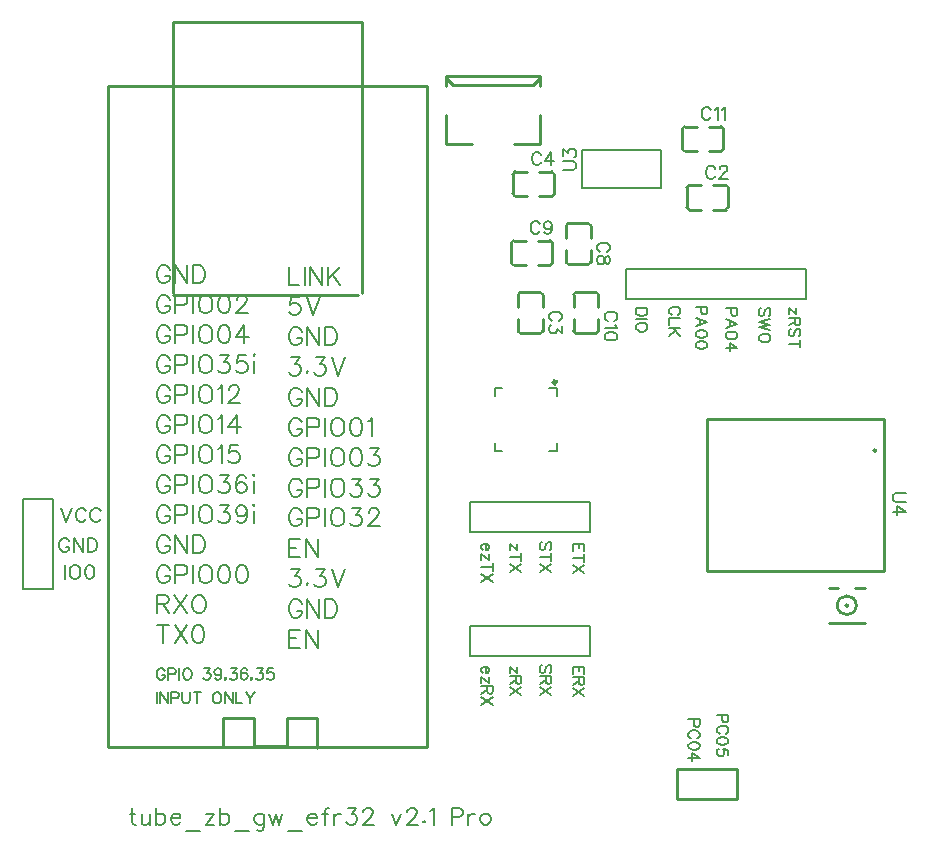
<source format=gto>
G04 Layer: TopSilkLayer*
G04 EasyEDA v6.4.17, 2021-03-16T21:25:48--4:00*
G04 02908657a6854e8f96d385e85a04b694,7db2125e4611476bb2993bf99425ef50,10*
G04 Gerber Generator version 0.2*
G04 Scale: 100 percent, Rotated: No, Reflected: No *
G04 Dimensions in millimeters *
G04 leading zeros omitted , absolute positions ,4 integer and 5 decimal *
%FSLAX45Y45*%
%MOMM*%

%ADD10C,0.2540*%
%ADD32C,0.2032*%
%ADD33C,0.2030*%
%ADD34C,0.2007*%
%ADD35C,0.2000*%
%ADD36C,0.3000*%
%ADD37C,0.1524*%

%LPD*%
D32*
X795273Y-2236215D02*
G01*
X795273Y-2352039D01*
X801878Y-2372613D01*
X815594Y-2379471D01*
X829310Y-2379471D01*
X774700Y-2283968D02*
G01*
X822452Y-2283968D01*
X874268Y-2283968D02*
G01*
X874268Y-2352039D01*
X881126Y-2372613D01*
X894587Y-2379471D01*
X915161Y-2379471D01*
X928877Y-2372613D01*
X949197Y-2352039D01*
X949197Y-2283968D02*
G01*
X949197Y-2379471D01*
X994156Y-2236215D02*
G01*
X994156Y-2379471D01*
X994156Y-2304542D02*
G01*
X1007872Y-2290826D01*
X1021588Y-2283968D01*
X1041908Y-2283968D01*
X1055624Y-2290826D01*
X1069340Y-2304542D01*
X1075943Y-2324862D01*
X1075943Y-2338578D01*
X1069340Y-2358897D01*
X1055624Y-2372613D01*
X1041908Y-2379471D01*
X1021588Y-2379471D01*
X1007872Y-2372613D01*
X994156Y-2358897D01*
X1121156Y-2324862D02*
G01*
X1202943Y-2324862D01*
X1202943Y-2311145D01*
X1196086Y-2297684D01*
X1189227Y-2290826D01*
X1175511Y-2283968D01*
X1155191Y-2283968D01*
X1141475Y-2290826D01*
X1127759Y-2304542D01*
X1121156Y-2324862D01*
X1121156Y-2338578D01*
X1127759Y-2358897D01*
X1141475Y-2372613D01*
X1155191Y-2379471D01*
X1175511Y-2379471D01*
X1189227Y-2372613D01*
X1202943Y-2358897D01*
X1247902Y-2427223D02*
G01*
X1370584Y-2427223D01*
X1490725Y-2283968D02*
G01*
X1415541Y-2379471D01*
X1415541Y-2283968D02*
G01*
X1490725Y-2283968D01*
X1415541Y-2379471D02*
G01*
X1490725Y-2379471D01*
X1535684Y-2236215D02*
G01*
X1535684Y-2379471D01*
X1535684Y-2304542D02*
G01*
X1549145Y-2290826D01*
X1562861Y-2283968D01*
X1583436Y-2283968D01*
X1596897Y-2290826D01*
X1610613Y-2304542D01*
X1617472Y-2324862D01*
X1617472Y-2338578D01*
X1610613Y-2358897D01*
X1596897Y-2372613D01*
X1583436Y-2379471D01*
X1562861Y-2379471D01*
X1549145Y-2372613D01*
X1535684Y-2358897D01*
X1662429Y-2427223D02*
G01*
X1785111Y-2427223D01*
X1911858Y-2283968D02*
G01*
X1911858Y-2392934D01*
X1905254Y-2413507D01*
X1898395Y-2420365D01*
X1884679Y-2427223D01*
X1864359Y-2427223D01*
X1850643Y-2420365D01*
X1911858Y-2304542D02*
G01*
X1898395Y-2290826D01*
X1884679Y-2283968D01*
X1864359Y-2283968D01*
X1850643Y-2290826D01*
X1836927Y-2304542D01*
X1830070Y-2324862D01*
X1830070Y-2338578D01*
X1836927Y-2358897D01*
X1850643Y-2372613D01*
X1864359Y-2379471D01*
X1884679Y-2379471D01*
X1898395Y-2372613D01*
X1911858Y-2358897D01*
X1957070Y-2283968D02*
G01*
X1984247Y-2379471D01*
X2011425Y-2283968D02*
G01*
X1984247Y-2379471D01*
X2011425Y-2283968D02*
G01*
X2038858Y-2379471D01*
X2066036Y-2283968D02*
G01*
X2038858Y-2379471D01*
X2110993Y-2427223D02*
G01*
X2233675Y-2427223D01*
X2278888Y-2324862D02*
G01*
X2360675Y-2324862D01*
X2360675Y-2311145D01*
X2353818Y-2297684D01*
X2346959Y-2290826D01*
X2333243Y-2283968D01*
X2312924Y-2283968D01*
X2299208Y-2290826D01*
X2285491Y-2304542D01*
X2278888Y-2324862D01*
X2278888Y-2338578D01*
X2285491Y-2358897D01*
X2299208Y-2372613D01*
X2312924Y-2379471D01*
X2333243Y-2379471D01*
X2346959Y-2372613D01*
X2360675Y-2358897D01*
X2460243Y-2236215D02*
G01*
X2446527Y-2236215D01*
X2432811Y-2243073D01*
X2425954Y-2263394D01*
X2425954Y-2379471D01*
X2405634Y-2283968D02*
G01*
X2453386Y-2283968D01*
X2505202Y-2283968D02*
G01*
X2505202Y-2379471D01*
X2505202Y-2324862D02*
G01*
X2512059Y-2304542D01*
X2525522Y-2290826D01*
X2539238Y-2283968D01*
X2559811Y-2283968D01*
X2618231Y-2236215D02*
G01*
X2693415Y-2236215D01*
X2652522Y-2290826D01*
X2672841Y-2290826D01*
X2686558Y-2297684D01*
X2693415Y-2304542D01*
X2700274Y-2324862D01*
X2700274Y-2338578D01*
X2693415Y-2358897D01*
X2679700Y-2372613D01*
X2659125Y-2379471D01*
X2638806Y-2379471D01*
X2618231Y-2372613D01*
X2611627Y-2365755D01*
X2604770Y-2352039D01*
X2752090Y-2270252D02*
G01*
X2752090Y-2263394D01*
X2758693Y-2249931D01*
X2765552Y-2243073D01*
X2779268Y-2236215D01*
X2806445Y-2236215D01*
X2820161Y-2243073D01*
X2827020Y-2249931D01*
X2833877Y-2263394D01*
X2833877Y-2277110D01*
X2827020Y-2290826D01*
X2813304Y-2311145D01*
X2745231Y-2379471D01*
X2840481Y-2379471D01*
X2990595Y-2283968D02*
G01*
X3031490Y-2379471D01*
X3072384Y-2283968D02*
G01*
X3031490Y-2379471D01*
X3124200Y-2270252D02*
G01*
X3124200Y-2263394D01*
X3131058Y-2249931D01*
X3137915Y-2243073D01*
X3151631Y-2236215D01*
X3178809Y-2236215D01*
X3192525Y-2243073D01*
X3199129Y-2249931D01*
X3205988Y-2263394D01*
X3205988Y-2277110D01*
X3199129Y-2290826D01*
X3185668Y-2311145D01*
X3117341Y-2379471D01*
X3212845Y-2379471D01*
X3264661Y-2345436D02*
G01*
X3257804Y-2352039D01*
X3264661Y-2358897D01*
X3271520Y-2352039D01*
X3264661Y-2345436D01*
X3316477Y-2263394D02*
G01*
X3330193Y-2256789D01*
X3350513Y-2236215D01*
X3350513Y-2379471D01*
X3500627Y-2236215D02*
G01*
X3500627Y-2379471D01*
X3500627Y-2236215D02*
G01*
X3561841Y-2236215D01*
X3582415Y-2243073D01*
X3589274Y-2249931D01*
X3596131Y-2263394D01*
X3596131Y-2283968D01*
X3589274Y-2297684D01*
X3582415Y-2304542D01*
X3561841Y-2311145D01*
X3500627Y-2311145D01*
X3641090Y-2283968D02*
G01*
X3641090Y-2379471D01*
X3641090Y-2324862D02*
G01*
X3647947Y-2304542D01*
X3661409Y-2290826D01*
X3675125Y-2283968D01*
X3695700Y-2283968D01*
X3774693Y-2283968D02*
G01*
X3760977Y-2290826D01*
X3747515Y-2304542D01*
X3740658Y-2324862D01*
X3740658Y-2338578D01*
X3747515Y-2358897D01*
X3760977Y-2372613D01*
X3774693Y-2379471D01*
X3795268Y-2379471D01*
X3808729Y-2372613D01*
X3822445Y-2358897D01*
X3829304Y-2338578D01*
X3829304Y-2324862D01*
X3822445Y-2304542D01*
X3808729Y-2290826D01*
X3795268Y-2283968D01*
X3774693Y-2283968D01*
X5412231Y1938528D02*
G01*
X5421375Y1942845D01*
X5430265Y1951989D01*
X5434838Y1961134D01*
X5434838Y1979421D01*
X5430265Y1988312D01*
X5421375Y1997455D01*
X5412231Y2002028D01*
X5398515Y2006600D01*
X5375909Y2006600D01*
X5362193Y2002028D01*
X5353050Y1997455D01*
X5343906Y1988312D01*
X5339334Y1979421D01*
X5339334Y1961134D01*
X5343906Y1951989D01*
X5353050Y1942845D01*
X5362193Y1938528D01*
X5434838Y1908302D02*
G01*
X5339334Y1908302D01*
X5339334Y1908302D02*
G01*
X5339334Y1853945D01*
X5434838Y1823973D02*
G01*
X5339334Y1823973D01*
X5434838Y1760220D02*
G01*
X5371338Y1823973D01*
X5393943Y1801113D02*
G01*
X5339334Y1760220D01*
X5155438Y1993900D02*
G01*
X5059934Y1993900D01*
X5155438Y1993900D02*
G01*
X5155438Y1962150D01*
X5150865Y1948434D01*
X5141975Y1939289D01*
X5132831Y1934718D01*
X5119115Y1930145D01*
X5096509Y1930145D01*
X5082793Y1934718D01*
X5073650Y1939289D01*
X5064506Y1948434D01*
X5059934Y1962150D01*
X5059934Y1993900D01*
X5155438Y1900173D02*
G01*
X5059934Y1900173D01*
X5155438Y1843023D02*
G01*
X5150865Y1852168D01*
X5141975Y1861057D01*
X5132831Y1865629D01*
X5119115Y1870202D01*
X5096509Y1870202D01*
X5082793Y1865629D01*
X5073650Y1861057D01*
X5064506Y1852168D01*
X5059934Y1843023D01*
X5059934Y1824736D01*
X5064506Y1815592D01*
X5073650Y1806702D01*
X5082793Y1802129D01*
X5096509Y1797557D01*
X5119115Y1797557D01*
X5132831Y1802129D01*
X5141975Y1806702D01*
X5150865Y1815592D01*
X5155438Y1824736D01*
X5155438Y1843023D01*
X5663438Y2006600D02*
G01*
X5567934Y2006600D01*
X5663438Y2006600D02*
G01*
X5663438Y1965705D01*
X5658865Y1951989D01*
X5654293Y1947418D01*
X5645404Y1942845D01*
X5631688Y1942845D01*
X5622543Y1947418D01*
X5617972Y1951989D01*
X5613400Y1965705D01*
X5613400Y2006600D01*
X5663438Y1876552D02*
G01*
X5567934Y1912873D01*
X5663438Y1876552D02*
G01*
X5567934Y1840229D01*
X5599938Y1899412D02*
G01*
X5599938Y1853945D01*
X5663438Y1783079D02*
G01*
X5658865Y1796542D01*
X5645404Y1805686D01*
X5622543Y1810257D01*
X5609081Y1810257D01*
X5586222Y1805686D01*
X5572506Y1796542D01*
X5567934Y1783079D01*
X5567934Y1773936D01*
X5572506Y1760220D01*
X5586222Y1751076D01*
X5609081Y1746504D01*
X5622543Y1746504D01*
X5645404Y1751076D01*
X5658865Y1760220D01*
X5663438Y1773936D01*
X5663438Y1783079D01*
X5663438Y1689354D02*
G01*
X5658865Y1703070D01*
X5645404Y1711960D01*
X5622543Y1716531D01*
X5609081Y1716531D01*
X5586222Y1711960D01*
X5572506Y1703070D01*
X5567934Y1689354D01*
X5567934Y1680210D01*
X5572506Y1666494D01*
X5586222Y1657604D01*
X5609081Y1653031D01*
X5622543Y1653031D01*
X5645404Y1657604D01*
X5658865Y1666494D01*
X5663438Y1680210D01*
X5663438Y1689354D01*
X5917438Y1993900D02*
G01*
X5821934Y1993900D01*
X5917438Y1993900D02*
G01*
X5917438Y1953005D01*
X5912865Y1939289D01*
X5908293Y1934718D01*
X5899404Y1930145D01*
X5885688Y1930145D01*
X5876543Y1934718D01*
X5871972Y1939289D01*
X5867400Y1953005D01*
X5867400Y1993900D01*
X5917438Y1863852D02*
G01*
X5821934Y1900173D01*
X5917438Y1863852D02*
G01*
X5821934Y1827529D01*
X5853938Y1886712D02*
G01*
X5853938Y1841245D01*
X5917438Y1770379D02*
G01*
X5912865Y1783842D01*
X5899404Y1792986D01*
X5876543Y1797557D01*
X5863081Y1797557D01*
X5840222Y1792986D01*
X5826506Y1783842D01*
X5821934Y1770379D01*
X5821934Y1761236D01*
X5826506Y1747520D01*
X5840222Y1738376D01*
X5863081Y1733804D01*
X5876543Y1733804D01*
X5899404Y1738376D01*
X5912865Y1747520D01*
X5917438Y1761236D01*
X5917438Y1770379D01*
X5917438Y1658365D02*
G01*
X5853938Y1703831D01*
X5853938Y1635760D01*
X5917438Y1658365D02*
G01*
X5821934Y1658365D01*
X6183375Y1930145D02*
G01*
X6192265Y1939289D01*
X6196838Y1953005D01*
X6196838Y1971294D01*
X6192265Y1984755D01*
X6183375Y1993900D01*
X6174231Y1993900D01*
X6165088Y1989328D01*
X6160515Y1984755D01*
X6155943Y1975612D01*
X6146800Y1948434D01*
X6142481Y1939289D01*
X6137909Y1934718D01*
X6128765Y1930145D01*
X6115050Y1930145D01*
X6105906Y1939289D01*
X6101334Y1953005D01*
X6101334Y1971294D01*
X6105906Y1984755D01*
X6115050Y1993900D01*
X6196838Y1900173D02*
G01*
X6101334Y1877568D01*
X6196838Y1854707D02*
G01*
X6101334Y1877568D01*
X6196838Y1854707D02*
G01*
X6101334Y1832102D01*
X6196838Y1809242D02*
G01*
X6101334Y1832102D01*
X6196838Y1752092D02*
G01*
X6192265Y1761236D01*
X6183375Y1770379D01*
X6174231Y1774697D01*
X6160515Y1779270D01*
X6137909Y1779270D01*
X6124193Y1774697D01*
X6115050Y1770379D01*
X6105906Y1761236D01*
X6101334Y1752092D01*
X6101334Y1733804D01*
X6105906Y1724913D01*
X6115050Y1715770D01*
X6124193Y1711197D01*
X6137909Y1706626D01*
X6160515Y1706626D01*
X6174231Y1711197D01*
X6183375Y1715770D01*
X6192265Y1724913D01*
X6196838Y1733804D01*
X6196838Y1752092D01*
X6419088Y1943862D02*
G01*
X6355334Y1993900D01*
X6419088Y1993900D02*
G01*
X6419088Y1943862D01*
X6355334Y1993900D02*
G01*
X6355334Y1943862D01*
X6450838Y1913889D02*
G01*
X6355334Y1913889D01*
X6450838Y1913889D02*
G01*
X6450838Y1872995D01*
X6446265Y1859279D01*
X6441693Y1854707D01*
X6432804Y1850389D01*
X6423659Y1850389D01*
X6414515Y1854707D01*
X6409943Y1859279D01*
X6405372Y1872995D01*
X6405372Y1913889D01*
X6405372Y1882139D02*
G01*
X6355334Y1850389D01*
X6437375Y1756663D02*
G01*
X6446265Y1765807D01*
X6450838Y1779270D01*
X6450838Y1797557D01*
X6446265Y1811273D01*
X6437375Y1820163D01*
X6428231Y1820163D01*
X6419088Y1815592D01*
X6414515Y1811273D01*
X6409943Y1802129D01*
X6400800Y1774697D01*
X6396481Y1765807D01*
X6391909Y1761236D01*
X6382765Y1756663D01*
X6369050Y1756663D01*
X6359906Y1765807D01*
X6355334Y1779270D01*
X6355334Y1797557D01*
X6359906Y1811273D01*
X6369050Y1820163D01*
X6450838Y1694687D02*
G01*
X6355334Y1694687D01*
X6450838Y1726692D02*
G01*
X6450838Y1662937D01*
X3788409Y-1041400D02*
G01*
X3788409Y-1096010D01*
X3797300Y-1096010D01*
X3806443Y-1091437D01*
X3811015Y-1086865D01*
X3815588Y-1077721D01*
X3815588Y-1064005D01*
X3811015Y-1055115D01*
X3801872Y-1045971D01*
X3788409Y-1041400D01*
X3779265Y-1041400D01*
X3765550Y-1045971D01*
X3756406Y-1055115D01*
X3751834Y-1064005D01*
X3751834Y-1077721D01*
X3756406Y-1086865D01*
X3765550Y-1096010D01*
X3815588Y-1176020D02*
G01*
X3751834Y-1125981D01*
X3815588Y-1125981D02*
G01*
X3815588Y-1176020D01*
X3751834Y-1125981D02*
G01*
X3751834Y-1176020D01*
X3847338Y-1205992D02*
G01*
X3751834Y-1205992D01*
X3847338Y-1205992D02*
G01*
X3847338Y-1246886D01*
X3842765Y-1260602D01*
X3838193Y-1264920D01*
X3829304Y-1269492D01*
X3820159Y-1269492D01*
X3811015Y-1264920D01*
X3806443Y-1260602D01*
X3801872Y-1246886D01*
X3801872Y-1205992D01*
X3801872Y-1237742D02*
G01*
X3751834Y-1269492D01*
X3847338Y-1299463D02*
G01*
X3751834Y-1363218D01*
X3847338Y-1363218D02*
G01*
X3751834Y-1299463D01*
X4056888Y-1091437D02*
G01*
X3993134Y-1041400D01*
X4056888Y-1041400D02*
G01*
X4056888Y-1091437D01*
X3993134Y-1041400D02*
G01*
X3993134Y-1091437D01*
X4088638Y-1121410D02*
G01*
X3993134Y-1121410D01*
X4088638Y-1121410D02*
G01*
X4088638Y-1162304D01*
X4084065Y-1176020D01*
X4079493Y-1180592D01*
X4070604Y-1184910D01*
X4061459Y-1184910D01*
X4052315Y-1180592D01*
X4047743Y-1176020D01*
X4043172Y-1162304D01*
X4043172Y-1121410D01*
X4043172Y-1153160D02*
G01*
X3993134Y-1184910D01*
X4088638Y-1215136D02*
G01*
X3993134Y-1278636D01*
X4088638Y-1278636D02*
G01*
X3993134Y-1215136D01*
X4329175Y-1092454D02*
G01*
X4338065Y-1083310D01*
X4342638Y-1069594D01*
X4342638Y-1051305D01*
X4338065Y-1037844D01*
X4329175Y-1028700D01*
X4320031Y-1028700D01*
X4310888Y-1033271D01*
X4306315Y-1037844D01*
X4301743Y-1046987D01*
X4292600Y-1074165D01*
X4288281Y-1083310D01*
X4283709Y-1087881D01*
X4274565Y-1092454D01*
X4260850Y-1092454D01*
X4251706Y-1083310D01*
X4247134Y-1069594D01*
X4247134Y-1051305D01*
X4251706Y-1037844D01*
X4260850Y-1028700D01*
X4342638Y-1122426D02*
G01*
X4247134Y-1122426D01*
X4342638Y-1122426D02*
G01*
X4342638Y-1163320D01*
X4338065Y-1176781D01*
X4333493Y-1181354D01*
X4324604Y-1185926D01*
X4315459Y-1185926D01*
X4306315Y-1181354D01*
X4301743Y-1176781D01*
X4297172Y-1163320D01*
X4297172Y-1122426D01*
X4297172Y-1154176D02*
G01*
X4247134Y-1185926D01*
X4342638Y-1215897D02*
G01*
X4247134Y-1279652D01*
X4342638Y-1279652D02*
G01*
X4247134Y-1215897D01*
X4622038Y-1041400D02*
G01*
X4526534Y-1041400D01*
X4622038Y-1041400D02*
G01*
X4622038Y-1100581D01*
X4576572Y-1041400D02*
G01*
X4576572Y-1077721D01*
X4526534Y-1041400D02*
G01*
X4526534Y-1100581D01*
X4622038Y-1130554D02*
G01*
X4526534Y-1130554D01*
X4622038Y-1130554D02*
G01*
X4622038Y-1171447D01*
X4617465Y-1184910D01*
X4612893Y-1189481D01*
X4604004Y-1194054D01*
X4594859Y-1194054D01*
X4585715Y-1189481D01*
X4581143Y-1184910D01*
X4576572Y-1171447D01*
X4576572Y-1130554D01*
X4576572Y-1162304D02*
G01*
X4526534Y-1194054D01*
X4622038Y-1224026D02*
G01*
X4526534Y-1287779D01*
X4622038Y-1287779D02*
G01*
X4526534Y-1224026D01*
X3788409Y0D02*
G01*
X3788409Y-54610D01*
X3797300Y-54610D01*
X3806443Y-50037D01*
X3811015Y-45465D01*
X3815588Y-36321D01*
X3815588Y-22605D01*
X3811015Y-13715D01*
X3801872Y-4571D01*
X3788409Y0D01*
X3779265Y0D01*
X3765550Y-4571D01*
X3756406Y-13715D01*
X3751834Y-22605D01*
X3751834Y-36321D01*
X3756406Y-45465D01*
X3765550Y-54610D01*
X3815588Y-134620D02*
G01*
X3751834Y-84581D01*
X3815588Y-84581D02*
G01*
X3815588Y-134620D01*
X3751834Y-84581D02*
G01*
X3751834Y-134620D01*
X3847338Y-196342D02*
G01*
X3751834Y-196342D01*
X3847338Y-164592D02*
G01*
X3847338Y-228092D01*
X3847338Y-258063D02*
G01*
X3751834Y-321818D01*
X3847338Y-321818D02*
G01*
X3751834Y-258063D01*
X4056888Y-50037D02*
G01*
X3993134Y0D01*
X4056888Y0D02*
G01*
X4056888Y-50037D01*
X3993134Y0D02*
G01*
X3993134Y-50037D01*
X4088638Y-111760D02*
G01*
X3993134Y-111760D01*
X4088638Y-80010D02*
G01*
X4088638Y-143510D01*
X4088638Y-173736D02*
G01*
X3993134Y-237236D01*
X4088638Y-237236D02*
G01*
X3993134Y-173736D01*
X4329175Y-51054D02*
G01*
X4338065Y-41910D01*
X4342638Y-28194D01*
X4342638Y-9905D01*
X4338065Y3555D01*
X4329175Y12700D01*
X4320031Y12700D01*
X4310888Y8128D01*
X4306315Y3555D01*
X4301743Y-5587D01*
X4292600Y-32765D01*
X4288281Y-41910D01*
X4283709Y-46481D01*
X4274565Y-51054D01*
X4260850Y-51054D01*
X4251706Y-41910D01*
X4247134Y-28194D01*
X4247134Y-9905D01*
X4251706Y3555D01*
X4260850Y12700D01*
X4342638Y-112776D02*
G01*
X4247134Y-112776D01*
X4342638Y-81026D02*
G01*
X4342638Y-144526D01*
X4342638Y-174497D02*
G01*
X4247134Y-238252D01*
X4342638Y-238252D02*
G01*
X4247134Y-174497D01*
X4622038Y0D02*
G01*
X4526534Y0D01*
X4622038Y0D02*
G01*
X4622038Y-59181D01*
X4576572Y0D02*
G01*
X4576572Y-36321D01*
X4526534Y0D02*
G01*
X4526534Y-59181D01*
X4622038Y-120904D02*
G01*
X4526534Y-120904D01*
X4622038Y-89154D02*
G01*
X4622038Y-152654D01*
X4622038Y-182626D02*
G01*
X4526534Y-246379D01*
X4622038Y-246379D02*
G01*
X4526534Y-182626D01*
X228600Y-178562D02*
G01*
X228600Y-297942D01*
X300228Y-178562D02*
G01*
X288797Y-184404D01*
X277368Y-195834D01*
X271779Y-207010D01*
X266192Y-224028D01*
X266192Y-252476D01*
X271779Y-269494D01*
X277368Y-280923D01*
X288797Y-292354D01*
X300228Y-297942D01*
X322834Y-297942D01*
X334263Y-292354D01*
X345694Y-280923D01*
X351281Y-269494D01*
X357123Y-252476D01*
X357123Y-224028D01*
X351281Y-207010D01*
X345694Y-195834D01*
X334263Y-184404D01*
X322834Y-178562D01*
X300228Y-178562D01*
X428497Y-178562D02*
G01*
X411479Y-184404D01*
X400304Y-201421D01*
X394462Y-229870D01*
X394462Y-246887D01*
X400304Y-275336D01*
X411479Y-292354D01*
X428497Y-297942D01*
X439928Y-297942D01*
X456945Y-292354D01*
X468376Y-275336D01*
X473963Y-246887D01*
X473963Y-229870D01*
X468376Y-201421D01*
X456945Y-184404D01*
X439928Y-178562D01*
X428497Y-178562D01*
X263144Y21589D02*
G01*
X257302Y32765D01*
X245871Y44195D01*
X234695Y50037D01*
X211836Y50037D01*
X200405Y44195D01*
X189229Y32765D01*
X183387Y21589D01*
X177800Y4571D01*
X177800Y-23876D01*
X183387Y-40894D01*
X189229Y-52323D01*
X200405Y-63754D01*
X211836Y-69342D01*
X234695Y-69342D01*
X245871Y-63754D01*
X257302Y-52323D01*
X263144Y-40894D01*
X263144Y-23876D01*
X234695Y-23876D02*
G01*
X263144Y-23876D01*
X300481Y50037D02*
G01*
X300481Y-69342D01*
X300481Y50037D02*
G01*
X379984Y-69342D01*
X379984Y50037D02*
G01*
X379984Y-69342D01*
X417576Y50037D02*
G01*
X417576Y-69342D01*
X417576Y50037D02*
G01*
X457454Y50037D01*
X474471Y44195D01*
X485647Y32765D01*
X491489Y21589D01*
X497078Y4571D01*
X497078Y-23876D01*
X491489Y-40894D01*
X485647Y-52323D01*
X474471Y-63754D01*
X457454Y-69342D01*
X417576Y-69342D01*
X190500Y304037D02*
G01*
X235965Y184657D01*
X281431Y304037D02*
G01*
X235965Y184657D01*
X404113Y275589D02*
G01*
X398526Y286765D01*
X387095Y298195D01*
X375665Y304037D01*
X353060Y304037D01*
X341629Y298195D01*
X330200Y286765D01*
X324612Y275589D01*
X319023Y258571D01*
X319023Y230123D01*
X324612Y213105D01*
X330200Y201676D01*
X341629Y190245D01*
X353060Y184657D01*
X375665Y184657D01*
X387095Y190245D01*
X398526Y201676D01*
X404113Y213105D01*
X526795Y275589D02*
G01*
X521207Y286765D01*
X509778Y298195D01*
X498347Y304037D01*
X475742Y304037D01*
X464312Y298195D01*
X452881Y286765D01*
X447294Y275589D01*
X441705Y258571D01*
X441705Y230123D01*
X447294Y213105D01*
X452881Y201676D01*
X464312Y190245D01*
X475742Y184657D01*
X498347Y184657D01*
X509778Y190245D01*
X521207Y201676D01*
X526795Y213105D01*
X5599938Y-1485900D02*
G01*
X5504434Y-1485900D01*
X5599938Y-1485900D02*
G01*
X5599938Y-1526794D01*
X5595365Y-1540510D01*
X5590793Y-1545081D01*
X5581904Y-1549654D01*
X5568188Y-1549654D01*
X5559043Y-1545081D01*
X5554472Y-1540510D01*
X5549900Y-1526794D01*
X5549900Y-1485900D01*
X5577331Y-1647697D02*
G01*
X5586475Y-1643126D01*
X5595365Y-1633981D01*
X5599938Y-1625092D01*
X5599938Y-1606804D01*
X5595365Y-1597660D01*
X5586475Y-1588515D01*
X5577331Y-1584197D01*
X5563615Y-1579626D01*
X5541009Y-1579626D01*
X5527293Y-1584197D01*
X5518150Y-1588515D01*
X5509006Y-1597660D01*
X5504434Y-1606804D01*
X5504434Y-1625092D01*
X5509006Y-1633981D01*
X5518150Y-1643126D01*
X5527293Y-1647697D01*
X5599938Y-1705102D02*
G01*
X5595365Y-1691386D01*
X5581904Y-1682242D01*
X5559043Y-1677670D01*
X5545581Y-1677670D01*
X5522722Y-1682242D01*
X5509006Y-1691386D01*
X5504434Y-1705102D01*
X5504434Y-1713992D01*
X5509006Y-1727707D01*
X5522722Y-1736852D01*
X5545581Y-1741423D01*
X5559043Y-1741423D01*
X5581904Y-1736852D01*
X5595365Y-1727707D01*
X5599938Y-1713992D01*
X5599938Y-1705102D01*
X5599938Y-1816862D02*
G01*
X5536438Y-1771395D01*
X5536438Y-1839468D01*
X5599938Y-1816862D02*
G01*
X5504434Y-1816862D01*
X5841238Y-1447800D02*
G01*
X5745734Y-1447800D01*
X5841238Y-1447800D02*
G01*
X5841238Y-1488694D01*
X5836665Y-1502410D01*
X5832093Y-1506981D01*
X5823204Y-1511554D01*
X5809488Y-1511554D01*
X5800343Y-1506981D01*
X5795772Y-1502410D01*
X5791200Y-1488694D01*
X5791200Y-1447800D01*
X5818631Y-1609597D02*
G01*
X5827775Y-1605026D01*
X5836665Y-1595881D01*
X5841238Y-1586992D01*
X5841238Y-1568704D01*
X5836665Y-1559560D01*
X5827775Y-1550415D01*
X5818631Y-1546097D01*
X5804915Y-1541526D01*
X5782309Y-1541526D01*
X5768593Y-1546097D01*
X5759450Y-1550415D01*
X5750306Y-1559560D01*
X5745734Y-1568704D01*
X5745734Y-1586992D01*
X5750306Y-1595881D01*
X5759450Y-1605026D01*
X5768593Y-1609597D01*
X5841238Y-1667002D02*
G01*
X5836665Y-1653286D01*
X5823204Y-1644142D01*
X5800343Y-1639570D01*
X5786881Y-1639570D01*
X5764022Y-1644142D01*
X5750306Y-1653286D01*
X5745734Y-1667002D01*
X5745734Y-1675892D01*
X5750306Y-1689607D01*
X5764022Y-1698752D01*
X5786881Y-1703323D01*
X5800343Y-1703323D01*
X5823204Y-1698752D01*
X5836665Y-1689607D01*
X5841238Y-1675892D01*
X5841238Y-1667002D01*
X5841238Y-1787905D02*
G01*
X5841238Y-1742439D01*
X5800343Y-1737868D01*
X5804915Y-1742439D01*
X5809488Y-1755902D01*
X5809488Y-1769618D01*
X5804915Y-1783334D01*
X5795772Y-1792223D01*
X5782309Y-1796795D01*
X5773165Y-1796795D01*
X5759450Y-1792223D01*
X5750306Y-1783334D01*
X5745734Y-1769618D01*
X5745734Y-1755902D01*
X5750306Y-1742439D01*
X5754877Y-1737868D01*
X5764022Y-1733295D01*
D37*
X5692978Y3670807D02*
G01*
X5687644Y3681221D01*
X5677230Y3691636D01*
X5667070Y3696715D01*
X5646242Y3696715D01*
X5635828Y3691636D01*
X5625414Y3681221D01*
X5620080Y3670807D01*
X5615000Y3655060D01*
X5615000Y3629152D01*
X5620080Y3613657D01*
X5625414Y3603244D01*
X5635828Y3592829D01*
X5646242Y3587750D01*
X5667070Y3587750D01*
X5677230Y3592829D01*
X5687644Y3603244D01*
X5692978Y3613657D01*
X5727268Y3675887D02*
G01*
X5737682Y3681221D01*
X5753176Y3696715D01*
X5753176Y3587750D01*
X5787466Y3675887D02*
G01*
X5797880Y3681221D01*
X5813374Y3696715D01*
X5813374Y3587750D01*
X4445254Y3164839D02*
G01*
X4523231Y3164839D01*
X4538725Y3169920D01*
X4549140Y3180334D01*
X4554220Y3196081D01*
X4554220Y3206495D01*
X4549140Y3221989D01*
X4538725Y3232404D01*
X4523231Y3237484D01*
X4445254Y3237484D01*
X4445254Y3282187D02*
G01*
X4445254Y3339337D01*
X4486909Y3308350D01*
X4486909Y3323844D01*
X4491990Y3334257D01*
X4497070Y3339337D01*
X4512818Y3344671D01*
X4523231Y3344671D01*
X4538725Y3339337D01*
X4549140Y3328923D01*
X4554220Y3313429D01*
X4554220Y3297936D01*
X4549140Y3282187D01*
X4544059Y3277107D01*
X4533645Y3271773D01*
D32*
X2120986Y2345944D02*
G01*
X2120986Y2193036D01*
X2120986Y2193036D02*
G01*
X2208362Y2193036D01*
X2256368Y2345944D02*
G01*
X2256368Y2193036D01*
X2304374Y2345944D02*
G01*
X2304374Y2193036D01*
X2304374Y2345944D02*
G01*
X2405974Y2193036D01*
X2405974Y2345944D02*
G01*
X2405974Y2193036D01*
X2453980Y2345944D02*
G01*
X2453980Y2193036D01*
X2555834Y2345944D02*
G01*
X2453980Y2244089D01*
X2490556Y2280412D02*
G01*
X2555834Y2193036D01*
X2208362Y2089828D02*
G01*
X2135464Y2089828D01*
X2128352Y2024296D01*
X2135464Y2031662D01*
X2157308Y2038774D01*
X2179152Y2038774D01*
X2200996Y2031662D01*
X2215474Y2016930D01*
X2222840Y1995086D01*
X2222840Y1980608D01*
X2215474Y1958764D01*
X2200996Y1944286D01*
X2179152Y1936920D01*
X2157308Y1936920D01*
X2135464Y1944286D01*
X2128352Y1951652D01*
X2120986Y1966130D01*
X2270846Y2089828D02*
G01*
X2329012Y1936920D01*
X2387178Y2089828D02*
G01*
X2329012Y1936920D01*
X2229952Y1797133D02*
G01*
X2222840Y1811865D01*
X2208362Y1826343D01*
X2193630Y1833709D01*
X2164674Y1833709D01*
X2150196Y1826343D01*
X2135464Y1811865D01*
X2128352Y1797133D01*
X2120986Y1775543D01*
X2120986Y1738967D01*
X2128352Y1717377D01*
X2135464Y1702645D01*
X2150196Y1688167D01*
X2164674Y1680801D01*
X2193630Y1680801D01*
X2208362Y1688167D01*
X2222840Y1702645D01*
X2229952Y1717377D01*
X2229952Y1738967D01*
X2193630Y1738967D02*
G01*
X2229952Y1738967D01*
X2277958Y1833709D02*
G01*
X2277958Y1680801D01*
X2277958Y1833709D02*
G01*
X2379812Y1680801D01*
X2379812Y1833709D02*
G01*
X2379812Y1680801D01*
X2427818Y1833709D02*
G01*
X2427818Y1680801D01*
X2427818Y1833709D02*
G01*
X2478872Y1833709D01*
X2500716Y1826343D01*
X2515194Y1811865D01*
X2522560Y1797133D01*
X2529672Y1775543D01*
X2529672Y1738967D01*
X2522560Y1717377D01*
X2515194Y1702645D01*
X2500716Y1688167D01*
X2478872Y1680801D01*
X2427818Y1680801D01*
X2135464Y1577594D02*
G01*
X2215474Y1577594D01*
X2171786Y1519428D01*
X2193630Y1519428D01*
X2208362Y1512062D01*
X2215474Y1504695D01*
X2222840Y1482852D01*
X2222840Y1468373D01*
X2215474Y1446529D01*
X2200996Y1432052D01*
X2179152Y1424686D01*
X2157308Y1424686D01*
X2135464Y1432052D01*
X2128352Y1439418D01*
X2120986Y1453895D01*
X2277958Y1461262D02*
G01*
X2270846Y1453895D01*
X2277958Y1446529D01*
X2285324Y1453895D01*
X2277958Y1461262D01*
X2347808Y1577594D02*
G01*
X2427818Y1577594D01*
X2384384Y1519428D01*
X2405974Y1519428D01*
X2420706Y1512062D01*
X2427818Y1504695D01*
X2435184Y1482852D01*
X2435184Y1468373D01*
X2427818Y1446529D01*
X2413340Y1432052D01*
X2391496Y1424686D01*
X2369652Y1424686D01*
X2347808Y1432052D01*
X2340696Y1439418D01*
X2333330Y1453895D01*
X2483190Y1577594D02*
G01*
X2541356Y1424686D01*
X2599522Y1577594D02*
G01*
X2541356Y1424686D01*
X2229952Y1284902D02*
G01*
X2222840Y1299634D01*
X2208362Y1314112D01*
X2193630Y1321478D01*
X2164674Y1321478D01*
X2150196Y1314112D01*
X2135464Y1299634D01*
X2128352Y1284902D01*
X2120986Y1263312D01*
X2120986Y1226736D01*
X2128352Y1205146D01*
X2135464Y1190414D01*
X2150196Y1175936D01*
X2164674Y1168570D01*
X2193630Y1168570D01*
X2208362Y1175936D01*
X2222840Y1190414D01*
X2229952Y1205146D01*
X2229952Y1226736D01*
X2193630Y1226736D02*
G01*
X2229952Y1226736D01*
X2277958Y1321478D02*
G01*
X2277958Y1168570D01*
X2277958Y1321478D02*
G01*
X2379812Y1168570D01*
X2379812Y1321478D02*
G01*
X2379812Y1168570D01*
X2427818Y1321478D02*
G01*
X2427818Y1168570D01*
X2427818Y1321478D02*
G01*
X2478872Y1321478D01*
X2500716Y1314112D01*
X2515194Y1299634D01*
X2522560Y1284902D01*
X2529672Y1263312D01*
X2529672Y1226736D01*
X2522560Y1205146D01*
X2515194Y1190414D01*
X2500716Y1175936D01*
X2478872Y1168570D01*
X2427818Y1168570D01*
X2230036Y1028951D02*
G01*
X2222924Y1043429D01*
X2208192Y1057907D01*
X2193714Y1065273D01*
X2164504Y1065273D01*
X2150026Y1057907D01*
X2135548Y1043429D01*
X2128182Y1028951D01*
X2121070Y1007107D01*
X2121070Y970785D01*
X2128182Y948941D01*
X2135548Y934463D01*
X2150026Y919731D01*
X2164504Y912619D01*
X2193714Y912619D01*
X2208192Y919731D01*
X2222924Y934463D01*
X2230036Y948941D01*
X2230036Y970785D01*
X2193714Y970785D02*
G01*
X2230036Y970785D01*
X2278042Y1065273D02*
G01*
X2278042Y912619D01*
X2278042Y1065273D02*
G01*
X2343574Y1065273D01*
X2365418Y1057907D01*
X2372530Y1050795D01*
X2379896Y1036063D01*
X2379896Y1014473D01*
X2372530Y999741D01*
X2365418Y992629D01*
X2343574Y985263D01*
X2278042Y985263D01*
X2427902Y1065273D02*
G01*
X2427902Y912619D01*
X2519596Y1065273D02*
G01*
X2504864Y1057907D01*
X2490386Y1043429D01*
X2483274Y1028951D01*
X2475908Y1007107D01*
X2475908Y970785D01*
X2483274Y948941D01*
X2490386Y934463D01*
X2504864Y919731D01*
X2519596Y912619D01*
X2548552Y912619D01*
X2563284Y919731D01*
X2577762Y934463D01*
X2584874Y948941D01*
X2592240Y970785D01*
X2592240Y1007107D01*
X2584874Y1028951D01*
X2577762Y1043429D01*
X2563284Y1057907D01*
X2548552Y1065273D01*
X2519596Y1065273D01*
X2683934Y1065273D02*
G01*
X2662090Y1057907D01*
X2647612Y1036063D01*
X2640246Y999741D01*
X2640246Y977897D01*
X2647612Y941575D01*
X2662090Y919731D01*
X2683934Y912619D01*
X2698412Y912619D01*
X2720256Y919731D01*
X2734734Y941575D01*
X2742100Y977897D01*
X2742100Y999741D01*
X2734734Y1036063D01*
X2720256Y1057907D01*
X2698412Y1065273D01*
X2683934Y1065273D01*
X2790106Y1036063D02*
G01*
X2804584Y1043429D01*
X2826428Y1065273D01*
X2826428Y912619D01*
X2229952Y772835D02*
G01*
X2222840Y787313D01*
X2208362Y801791D01*
X2193630Y809157D01*
X2164674Y809157D01*
X2150196Y801791D01*
X2135464Y787313D01*
X2128352Y772835D01*
X2120986Y750991D01*
X2120986Y714669D01*
X2128352Y692825D01*
X2135464Y678347D01*
X2150196Y663615D01*
X2164674Y656503D01*
X2193630Y656503D01*
X2208362Y663615D01*
X2222840Y678347D01*
X2229952Y692825D01*
X2229952Y714669D01*
X2193630Y714669D02*
G01*
X2229952Y714669D01*
X2277958Y809157D02*
G01*
X2277958Y656503D01*
X2277958Y809157D02*
G01*
X2343490Y809157D01*
X2365334Y801791D01*
X2372700Y794679D01*
X2379812Y779947D01*
X2379812Y758357D01*
X2372700Y743625D01*
X2365334Y736513D01*
X2343490Y729147D01*
X2277958Y729147D01*
X2427818Y809157D02*
G01*
X2427818Y656503D01*
X2519512Y809157D02*
G01*
X2505034Y801791D01*
X2490556Y787313D01*
X2483190Y772835D01*
X2475824Y750991D01*
X2475824Y714669D01*
X2483190Y692825D01*
X2490556Y678347D01*
X2505034Y663615D01*
X2519512Y656503D01*
X2548722Y656503D01*
X2563200Y663615D01*
X2577678Y678347D01*
X2585044Y692825D01*
X2592156Y714669D01*
X2592156Y750991D01*
X2585044Y772835D01*
X2577678Y787313D01*
X2563200Y801791D01*
X2548722Y809157D01*
X2519512Y809157D01*
X2683850Y809157D02*
G01*
X2662006Y801791D01*
X2647528Y779947D01*
X2640162Y743625D01*
X2640162Y721781D01*
X2647528Y685459D01*
X2662006Y663615D01*
X2683850Y656503D01*
X2698328Y656503D01*
X2720172Y663615D01*
X2734904Y685459D01*
X2742016Y721781D01*
X2742016Y743625D01*
X2734904Y779947D01*
X2720172Y801791D01*
X2698328Y809157D01*
X2683850Y809157D01*
X2804500Y809157D02*
G01*
X2884510Y809157D01*
X2841076Y750991D01*
X2862920Y750991D01*
X2877398Y743625D01*
X2884510Y736513D01*
X2891876Y714669D01*
X2891876Y699937D01*
X2884510Y678347D01*
X2870032Y663615D01*
X2848188Y656503D01*
X2826344Y656503D01*
X2804500Y663615D01*
X2797388Y670981D01*
X2790022Y685459D01*
X2230122Y516719D02*
G01*
X2222756Y531197D01*
X2208278Y545675D01*
X2193800Y553041D01*
X2164590Y553041D01*
X2150112Y545675D01*
X2135634Y531197D01*
X2128268Y516719D01*
X2120902Y494875D01*
X2120902Y458553D01*
X2128268Y436709D01*
X2135634Y422231D01*
X2150112Y407499D01*
X2164590Y400387D01*
X2193800Y400387D01*
X2208278Y407499D01*
X2222756Y422231D01*
X2230122Y436709D01*
X2230122Y458553D01*
X2193800Y458553D02*
G01*
X2230122Y458553D01*
X2278128Y553041D02*
G01*
X2278128Y400387D01*
X2278128Y553041D02*
G01*
X2343406Y553041D01*
X2365250Y545675D01*
X2372616Y538563D01*
X2379982Y523831D01*
X2379982Y502241D01*
X2372616Y487509D01*
X2365250Y480397D01*
X2343406Y473031D01*
X2278128Y473031D01*
X2427988Y553041D02*
G01*
X2427988Y400387D01*
X2519428Y553041D02*
G01*
X2504950Y545675D01*
X2490472Y531197D01*
X2483106Y516719D01*
X2475994Y494875D01*
X2475994Y458553D01*
X2483106Y436709D01*
X2490472Y422231D01*
X2504950Y407499D01*
X2519428Y400387D01*
X2548638Y400387D01*
X2563116Y407499D01*
X2577594Y422231D01*
X2584960Y436709D01*
X2592326Y458553D01*
X2592326Y494875D01*
X2584960Y516719D01*
X2577594Y531197D01*
X2563116Y545675D01*
X2548638Y553041D01*
X2519428Y553041D01*
X2654810Y553041D02*
G01*
X2734820Y553041D01*
X2691132Y494875D01*
X2712976Y494875D01*
X2727454Y487509D01*
X2734820Y480397D01*
X2742186Y458553D01*
X2742186Y443821D01*
X2734820Y422231D01*
X2720342Y407499D01*
X2698498Y400387D01*
X2676654Y400387D01*
X2654810Y407499D01*
X2647444Y414865D01*
X2640332Y429343D01*
X2804670Y553041D02*
G01*
X2884680Y553041D01*
X2840992Y494875D01*
X2862836Y494875D01*
X2877314Y487509D01*
X2884680Y480397D01*
X2891792Y458553D01*
X2891792Y443821D01*
X2884680Y422231D01*
X2870202Y407499D01*
X2848358Y400387D01*
X2826514Y400387D01*
X2804670Y407499D01*
X2797304Y414865D01*
X2790192Y429343D01*
X2229949Y264668D02*
G01*
X2222837Y279400D01*
X2208105Y293878D01*
X2193627Y301244D01*
X2164417Y301244D01*
X2149939Y293878D01*
X2135461Y279400D01*
X2128095Y264668D01*
X2120983Y243078D01*
X2120983Y206502D01*
X2128095Y184912D01*
X2135461Y170179D01*
X2149939Y155702D01*
X2164417Y148336D01*
X2193627Y148336D01*
X2208105Y155702D01*
X2222837Y170179D01*
X2229949Y184912D01*
X2229949Y206502D01*
X2193627Y206502D02*
G01*
X2229949Y206502D01*
X2277955Y301244D02*
G01*
X2277955Y148336D01*
X2277955Y301244D02*
G01*
X2343487Y301244D01*
X2365331Y293878D01*
X2372443Y286512D01*
X2379809Y272034D01*
X2379809Y250189D01*
X2372443Y235712D01*
X2365331Y228345D01*
X2343487Y221234D01*
X2277955Y221234D01*
X2427815Y301244D02*
G01*
X2427815Y148336D01*
X2519509Y301244D02*
G01*
X2504777Y293878D01*
X2490299Y279400D01*
X2483187Y264668D01*
X2475821Y243078D01*
X2475821Y206502D01*
X2483187Y184912D01*
X2490299Y170179D01*
X2504777Y155702D01*
X2519509Y148336D01*
X2548465Y148336D01*
X2563197Y155702D01*
X2577675Y170179D01*
X2584787Y184912D01*
X2592153Y206502D01*
X2592153Y243078D01*
X2584787Y264668D01*
X2577675Y279400D01*
X2563197Y293878D01*
X2548465Y301244D01*
X2519509Y301244D01*
X2654637Y301244D02*
G01*
X2734647Y301244D01*
X2690959Y243078D01*
X2712803Y243078D01*
X2727535Y235712D01*
X2734647Y228345D01*
X2742013Y206502D01*
X2742013Y192023D01*
X2734647Y170179D01*
X2720169Y155702D01*
X2698325Y148336D01*
X2676481Y148336D01*
X2654637Y155702D01*
X2647525Y163068D01*
X2640159Y177545D01*
X2797385Y264668D02*
G01*
X2797385Y272034D01*
X2804497Y286512D01*
X2811863Y293878D01*
X2826341Y301244D01*
X2855551Y301244D01*
X2870029Y293878D01*
X2877141Y286512D01*
X2884507Y272034D01*
X2884507Y257555D01*
X2877141Y243078D01*
X2862663Y221234D01*
X2790019Y148336D01*
X2891873Y148336D01*
X2120986Y40894D02*
G01*
X2120986Y-112013D01*
X2120986Y40894D02*
G01*
X2215474Y40894D01*
X2120986Y-32004D02*
G01*
X2179152Y-32004D01*
X2120986Y-112013D02*
G01*
X2215474Y-112013D01*
X2263480Y40894D02*
G01*
X2263480Y-112013D01*
X2263480Y40894D02*
G01*
X2365334Y-112013D01*
X2365334Y40894D02*
G01*
X2365334Y-112013D01*
X2135464Y-215221D02*
G01*
X2215474Y-215221D01*
X2171786Y-273387D01*
X2193630Y-273387D01*
X2208362Y-280753D01*
X2215474Y-288119D01*
X2222840Y-309963D01*
X2222840Y-324441D01*
X2215474Y-346285D01*
X2200996Y-360763D01*
X2179152Y-368129D01*
X2157308Y-368129D01*
X2135464Y-360763D01*
X2128352Y-353397D01*
X2120986Y-338919D01*
X2277958Y-331553D02*
G01*
X2270846Y-338919D01*
X2277958Y-346285D01*
X2285324Y-338919D01*
X2277958Y-331553D01*
X2347808Y-215221D02*
G01*
X2427818Y-215221D01*
X2384384Y-273387D01*
X2405974Y-273387D01*
X2420706Y-280753D01*
X2427818Y-288119D01*
X2435184Y-309963D01*
X2435184Y-324441D01*
X2427818Y-346285D01*
X2413340Y-360763D01*
X2391496Y-368129D01*
X2369652Y-368129D01*
X2347808Y-360763D01*
X2340696Y-353397D01*
X2333330Y-338919D01*
X2483190Y-215221D02*
G01*
X2541356Y-368129D01*
X2599522Y-215221D02*
G01*
X2541356Y-368129D01*
X2229952Y-507916D02*
G01*
X2222840Y-493184D01*
X2208362Y-478706D01*
X2193630Y-471340D01*
X2164674Y-471340D01*
X2150196Y-478706D01*
X2135464Y-493184D01*
X2128352Y-507916D01*
X2120986Y-529506D01*
X2120986Y-566082D01*
X2128352Y-587672D01*
X2135464Y-602404D01*
X2150196Y-616882D01*
X2164674Y-624248D01*
X2193630Y-624248D01*
X2208362Y-616882D01*
X2222840Y-602404D01*
X2229952Y-587672D01*
X2229952Y-566082D01*
X2193630Y-566082D02*
G01*
X2229952Y-566082D01*
X2277958Y-471340D02*
G01*
X2277958Y-624248D01*
X2277958Y-471340D02*
G01*
X2379812Y-624248D01*
X2379812Y-471340D02*
G01*
X2379812Y-624248D01*
X2427818Y-471340D02*
G01*
X2427818Y-624248D01*
X2427818Y-471340D02*
G01*
X2478872Y-471340D01*
X2500716Y-478706D01*
X2515194Y-493184D01*
X2522560Y-507916D01*
X2529672Y-529506D01*
X2529672Y-566082D01*
X2522560Y-587672D01*
X2515194Y-602404D01*
X2500716Y-616882D01*
X2478872Y-624248D01*
X2427818Y-624248D01*
X2120986Y-727455D02*
G01*
X2120986Y-880363D01*
X2120986Y-727455D02*
G01*
X2215474Y-727455D01*
X2120986Y-800354D02*
G01*
X2179152Y-800354D01*
X2120986Y-880363D02*
G01*
X2215474Y-880363D01*
X2263480Y-727455D02*
G01*
X2263480Y-880363D01*
X2263480Y-727455D02*
G01*
X2365334Y-880363D01*
X2365334Y-727455D02*
G01*
X2365334Y-880363D01*
X1054013Y-689355D02*
G01*
X1054013Y-842263D01*
X1003213Y-689355D02*
G01*
X1105067Y-689355D01*
X1153073Y-689355D02*
G01*
X1254927Y-842263D01*
X1254927Y-689355D02*
G01*
X1153073Y-842263D01*
X1346367Y-689355D02*
G01*
X1324777Y-696721D01*
X1310045Y-718565D01*
X1302933Y-754887D01*
X1302933Y-776731D01*
X1310045Y-813054D01*
X1324777Y-834897D01*
X1346367Y-842263D01*
X1361099Y-842263D01*
X1382943Y-834897D01*
X1397421Y-813054D01*
X1404787Y-776731D01*
X1404787Y-754887D01*
X1397421Y-718565D01*
X1382943Y-696721D01*
X1361099Y-689355D01*
X1346367Y-689355D01*
X1003213Y-435355D02*
G01*
X1003213Y-588263D01*
X1003213Y-435355D02*
G01*
X1068491Y-435355D01*
X1090335Y-442721D01*
X1097701Y-450087D01*
X1105067Y-464565D01*
X1105067Y-479044D01*
X1097701Y-493521D01*
X1090335Y-500887D01*
X1068491Y-508254D01*
X1003213Y-508254D01*
X1054013Y-508254D02*
G01*
X1105067Y-588263D01*
X1152819Y-435355D02*
G01*
X1254673Y-588263D01*
X1254673Y-435355D02*
G01*
X1152819Y-588263D01*
X1346367Y-435355D02*
G01*
X1331889Y-442721D01*
X1317411Y-457200D01*
X1310045Y-471931D01*
X1302679Y-493521D01*
X1302679Y-530097D01*
X1310045Y-551687D01*
X1317411Y-566420D01*
X1331889Y-580897D01*
X1346367Y-588263D01*
X1375577Y-588263D01*
X1390055Y-580897D01*
X1404533Y-566420D01*
X1411899Y-551687D01*
X1419011Y-530097D01*
X1419011Y-493521D01*
X1411899Y-471931D01*
X1404533Y-457200D01*
X1390055Y-442721D01*
X1375577Y-435355D01*
X1346367Y-435355D01*
X1112436Y-217934D02*
G01*
X1105070Y-203202D01*
X1090592Y-188724D01*
X1076114Y-181358D01*
X1046904Y-181358D01*
X1032426Y-188724D01*
X1017948Y-203202D01*
X1010582Y-217934D01*
X1003216Y-239524D01*
X1003216Y-276100D01*
X1010582Y-297690D01*
X1017948Y-312422D01*
X1032426Y-326900D01*
X1046904Y-334266D01*
X1076114Y-334266D01*
X1090592Y-326900D01*
X1105070Y-312422D01*
X1112436Y-297690D01*
X1112436Y-276100D01*
X1076114Y-276100D02*
G01*
X1112436Y-276100D01*
X1160442Y-181358D02*
G01*
X1160442Y-334266D01*
X1160442Y-181358D02*
G01*
X1225720Y-181358D01*
X1247564Y-188724D01*
X1254930Y-196090D01*
X1262296Y-210568D01*
X1262296Y-232412D01*
X1254930Y-246890D01*
X1247564Y-254256D01*
X1225720Y-261368D01*
X1160442Y-261368D01*
X1310302Y-181358D02*
G01*
X1310302Y-334266D01*
X1401742Y-181358D02*
G01*
X1387264Y-188724D01*
X1372786Y-203202D01*
X1365420Y-217934D01*
X1358308Y-239524D01*
X1358308Y-276100D01*
X1365420Y-297690D01*
X1372786Y-312422D01*
X1387264Y-326900D01*
X1401742Y-334266D01*
X1430952Y-334266D01*
X1445430Y-326900D01*
X1459908Y-312422D01*
X1467274Y-297690D01*
X1474640Y-276100D01*
X1474640Y-239524D01*
X1467274Y-217934D01*
X1459908Y-203202D01*
X1445430Y-188724D01*
X1430952Y-181358D01*
X1401742Y-181358D01*
X1566334Y-181358D02*
G01*
X1544490Y-188724D01*
X1529758Y-210568D01*
X1522646Y-246890D01*
X1522646Y-268734D01*
X1529758Y-305056D01*
X1544490Y-326900D01*
X1566334Y-334266D01*
X1580812Y-334266D01*
X1602656Y-326900D01*
X1617134Y-305056D01*
X1624500Y-268734D01*
X1624500Y-246890D01*
X1617134Y-210568D01*
X1602656Y-188724D01*
X1580812Y-181358D01*
X1566334Y-181358D01*
X1715940Y-181358D02*
G01*
X1694096Y-188724D01*
X1679618Y-210568D01*
X1672506Y-246890D01*
X1672506Y-268734D01*
X1679618Y-305056D01*
X1694096Y-326900D01*
X1715940Y-334266D01*
X1730672Y-334266D01*
X1752516Y-326900D01*
X1766994Y-305056D01*
X1774106Y-268734D01*
X1774106Y-246890D01*
X1766994Y-210568D01*
X1752516Y-188724D01*
X1730672Y-181358D01*
X1715940Y-181358D01*
X1112182Y36065D02*
G01*
X1105070Y50797D01*
X1090592Y65275D01*
X1075860Y72641D01*
X1046904Y72641D01*
X1032426Y65275D01*
X1017694Y50797D01*
X1010582Y36065D01*
X1003216Y14475D01*
X1003216Y-22100D01*
X1010582Y-43690D01*
X1017694Y-58422D01*
X1032426Y-72900D01*
X1046904Y-80266D01*
X1075860Y-80266D01*
X1090592Y-72900D01*
X1105070Y-58422D01*
X1112182Y-43690D01*
X1112182Y-22100D01*
X1075860Y-22100D02*
G01*
X1112182Y-22100D01*
X1160188Y72641D02*
G01*
X1160188Y-80266D01*
X1160188Y72641D02*
G01*
X1262042Y-80266D01*
X1262042Y72641D02*
G01*
X1262042Y-80266D01*
X1310048Y72641D02*
G01*
X1310048Y-80266D01*
X1310048Y72641D02*
G01*
X1361102Y72641D01*
X1382946Y65275D01*
X1397424Y50797D01*
X1404790Y36065D01*
X1411902Y14475D01*
X1411902Y-22100D01*
X1404790Y-43690D01*
X1397424Y-58422D01*
X1382946Y-72900D01*
X1361102Y-80266D01*
X1310048Y-80266D01*
X1112342Y290235D02*
G01*
X1104976Y304713D01*
X1090498Y319191D01*
X1075766Y326557D01*
X1046810Y326557D01*
X1032332Y319191D01*
X1017600Y304713D01*
X1010488Y290235D01*
X1003122Y268391D01*
X1003122Y232069D01*
X1010488Y210225D01*
X1017600Y195747D01*
X1032332Y181015D01*
X1046810Y173903D01*
X1075766Y173903D01*
X1090498Y181015D01*
X1104976Y195747D01*
X1112342Y210225D01*
X1112342Y232069D01*
X1075766Y232069D02*
G01*
X1112342Y232069D01*
X1160094Y326557D02*
G01*
X1160094Y173903D01*
X1160094Y326557D02*
G01*
X1225626Y326557D01*
X1247470Y319191D01*
X1254836Y312079D01*
X1261948Y297347D01*
X1261948Y275757D01*
X1254836Y261025D01*
X1247470Y253913D01*
X1225626Y246547D01*
X1160094Y246547D01*
X1309954Y326557D02*
G01*
X1309954Y173903D01*
X1401648Y326557D02*
G01*
X1387170Y319191D01*
X1372692Y304713D01*
X1365326Y290235D01*
X1357960Y268391D01*
X1357960Y232069D01*
X1365326Y210225D01*
X1372692Y195747D01*
X1387170Y181015D01*
X1401648Y173903D01*
X1430858Y173903D01*
X1445336Y181015D01*
X1459814Y195747D01*
X1467180Y210225D01*
X1474292Y232069D01*
X1474292Y268391D01*
X1467180Y290235D01*
X1459814Y304713D01*
X1445336Y319191D01*
X1430858Y326557D01*
X1401648Y326557D01*
X1537030Y326557D02*
G01*
X1617040Y326557D01*
X1573352Y268391D01*
X1595196Y268391D01*
X1609674Y261025D01*
X1617040Y253913D01*
X1624152Y232069D01*
X1624152Y217337D01*
X1617040Y195747D01*
X1602308Y181015D01*
X1580464Y173903D01*
X1558874Y173903D01*
X1537030Y181015D01*
X1529664Y188381D01*
X1522298Y202859D01*
X1766646Y275757D02*
G01*
X1759534Y253913D01*
X1745056Y239181D01*
X1723212Y232069D01*
X1715846Y232069D01*
X1694002Y239181D01*
X1679524Y253913D01*
X1672158Y275757D01*
X1672158Y282869D01*
X1679524Y304713D01*
X1694002Y319191D01*
X1715846Y326557D01*
X1723212Y326557D01*
X1745056Y319191D01*
X1759534Y304713D01*
X1766646Y275757D01*
X1766646Y239181D01*
X1759534Y202859D01*
X1745056Y181015D01*
X1723212Y173903D01*
X1708480Y173903D01*
X1686890Y181015D01*
X1679524Y195747D01*
X1814652Y326557D02*
G01*
X1822018Y319191D01*
X1829384Y326557D01*
X1822018Y333923D01*
X1814652Y326557D01*
X1822018Y275757D02*
G01*
X1822018Y173903D01*
X1112509Y544068D02*
G01*
X1105143Y558800D01*
X1090665Y573278D01*
X1075933Y580644D01*
X1046977Y580644D01*
X1032499Y573278D01*
X1017767Y558800D01*
X1010655Y544068D01*
X1003289Y522478D01*
X1003289Y485902D01*
X1010655Y464312D01*
X1017767Y449579D01*
X1032499Y435102D01*
X1046977Y427736D01*
X1075933Y427736D01*
X1090665Y435102D01*
X1105143Y449579D01*
X1112509Y464312D01*
X1112509Y485902D01*
X1075933Y485902D02*
G01*
X1112509Y485902D01*
X1160261Y580644D02*
G01*
X1160261Y427736D01*
X1160261Y580644D02*
G01*
X1225793Y580644D01*
X1247637Y573278D01*
X1255003Y565912D01*
X1262115Y551434D01*
X1262115Y529589D01*
X1255003Y515112D01*
X1247637Y507745D01*
X1225793Y500634D01*
X1160261Y500634D01*
X1310121Y580644D02*
G01*
X1310121Y427736D01*
X1401815Y580644D02*
G01*
X1387337Y573278D01*
X1372859Y558800D01*
X1365493Y544068D01*
X1358127Y522478D01*
X1358127Y485902D01*
X1365493Y464312D01*
X1372859Y449579D01*
X1387337Y435102D01*
X1401815Y427736D01*
X1431025Y427736D01*
X1445503Y435102D01*
X1459981Y449579D01*
X1467347Y464312D01*
X1474459Y485902D01*
X1474459Y522478D01*
X1467347Y544068D01*
X1459981Y558800D01*
X1445503Y573278D01*
X1431025Y580644D01*
X1401815Y580644D01*
X1537197Y580644D02*
G01*
X1617207Y580644D01*
X1573519Y522478D01*
X1595363Y522478D01*
X1609841Y515112D01*
X1617207Y507745D01*
X1624319Y485902D01*
X1624319Y471423D01*
X1617207Y449579D01*
X1602475Y435102D01*
X1580631Y427736D01*
X1559041Y427736D01*
X1537197Y435102D01*
X1529831Y442468D01*
X1522465Y456945D01*
X1759701Y558800D02*
G01*
X1752335Y573278D01*
X1730491Y580644D01*
X1716013Y580644D01*
X1694169Y573278D01*
X1679691Y551434D01*
X1672325Y515112D01*
X1672325Y478789D01*
X1679691Y449579D01*
X1694169Y435102D01*
X1716013Y427736D01*
X1723379Y427736D01*
X1745223Y435102D01*
X1759701Y449579D01*
X1766813Y471423D01*
X1766813Y478789D01*
X1759701Y500634D01*
X1745223Y515112D01*
X1723379Y522478D01*
X1716013Y522478D01*
X1694169Y515112D01*
X1679691Y500634D01*
X1672325Y478789D01*
X1814819Y580644D02*
G01*
X1822185Y573278D01*
X1829551Y580644D01*
X1822185Y587755D01*
X1814819Y580644D01*
X1822185Y529589D02*
G01*
X1822185Y427736D01*
X1112182Y798060D02*
G01*
X1105070Y812792D01*
X1090592Y827270D01*
X1075860Y834636D01*
X1046904Y834636D01*
X1032426Y827270D01*
X1017694Y812792D01*
X1010582Y798060D01*
X1003216Y776470D01*
X1003216Y739894D01*
X1010582Y718304D01*
X1017694Y703572D01*
X1032426Y689094D01*
X1046904Y681728D01*
X1075860Y681728D01*
X1090592Y689094D01*
X1105070Y703572D01*
X1112182Y718304D01*
X1112182Y739894D01*
X1075860Y739894D02*
G01*
X1112182Y739894D01*
X1160188Y834636D02*
G01*
X1160188Y681728D01*
X1160188Y834636D02*
G01*
X1225720Y834636D01*
X1247564Y827270D01*
X1254930Y819904D01*
X1262042Y805426D01*
X1262042Y783582D01*
X1254930Y769104D01*
X1247564Y761738D01*
X1225720Y754626D01*
X1160188Y754626D01*
X1310048Y834636D02*
G01*
X1310048Y681728D01*
X1401742Y834636D02*
G01*
X1387264Y827270D01*
X1372786Y812792D01*
X1365420Y798060D01*
X1358054Y776470D01*
X1358054Y739894D01*
X1365420Y718304D01*
X1372786Y703572D01*
X1387264Y689094D01*
X1401742Y681728D01*
X1430952Y681728D01*
X1445430Y689094D01*
X1459908Y703572D01*
X1467274Y718304D01*
X1474386Y739894D01*
X1474386Y776470D01*
X1467274Y798060D01*
X1459908Y812792D01*
X1445430Y827270D01*
X1430952Y834636D01*
X1401742Y834636D01*
X1522392Y805426D02*
G01*
X1537124Y812792D01*
X1558968Y834636D01*
X1558968Y681728D01*
X1694096Y834636D02*
G01*
X1621452Y834636D01*
X1614086Y769104D01*
X1621452Y776470D01*
X1643296Y783582D01*
X1665140Y783582D01*
X1686730Y776470D01*
X1701462Y761738D01*
X1708574Y739894D01*
X1708574Y725416D01*
X1701462Y703572D01*
X1686730Y689094D01*
X1665140Y681728D01*
X1643296Y681728D01*
X1621452Y689094D01*
X1614086Y696460D01*
X1606974Y710938D01*
X1112182Y1052060D02*
G01*
X1105070Y1066792D01*
X1090338Y1081270D01*
X1075860Y1088636D01*
X1046650Y1088636D01*
X1032172Y1081270D01*
X1017694Y1066792D01*
X1010328Y1052060D01*
X1003216Y1030470D01*
X1003216Y993894D01*
X1010328Y972304D01*
X1017694Y957572D01*
X1032172Y943094D01*
X1046650Y935728D01*
X1075860Y935728D01*
X1090338Y943094D01*
X1105070Y957572D01*
X1112182Y972304D01*
X1112182Y993894D01*
X1075860Y993894D02*
G01*
X1112182Y993894D01*
X1160188Y1088636D02*
G01*
X1160188Y935728D01*
X1160188Y1088636D02*
G01*
X1225720Y1088636D01*
X1247564Y1081270D01*
X1254676Y1073904D01*
X1262042Y1059426D01*
X1262042Y1037582D01*
X1254676Y1023104D01*
X1247564Y1015738D01*
X1225720Y1008626D01*
X1160188Y1008626D01*
X1310048Y1088636D02*
G01*
X1310048Y935728D01*
X1401742Y1088636D02*
G01*
X1387010Y1081270D01*
X1372532Y1066792D01*
X1365420Y1052060D01*
X1358054Y1030470D01*
X1358054Y993894D01*
X1365420Y972304D01*
X1372532Y957572D01*
X1387010Y943094D01*
X1401742Y935728D01*
X1430698Y935728D01*
X1445430Y943094D01*
X1459908Y957572D01*
X1467020Y972304D01*
X1474386Y993894D01*
X1474386Y1030470D01*
X1467020Y1052060D01*
X1459908Y1066792D01*
X1445430Y1081270D01*
X1430698Y1088636D01*
X1401742Y1088636D01*
X1522392Y1059426D02*
G01*
X1536870Y1066792D01*
X1558714Y1088636D01*
X1558714Y935728D01*
X1679364Y1088636D02*
G01*
X1606720Y986782D01*
X1715940Y986782D01*
X1679364Y1088636D02*
G01*
X1679364Y935728D01*
X1112433Y1306057D02*
G01*
X1105067Y1320789D01*
X1090589Y1335267D01*
X1076111Y1342633D01*
X1046901Y1342633D01*
X1032423Y1335267D01*
X1017945Y1320789D01*
X1010579Y1306057D01*
X1003213Y1284467D01*
X1003213Y1247891D01*
X1010579Y1226301D01*
X1017945Y1211569D01*
X1032423Y1197091D01*
X1046901Y1189725D01*
X1076111Y1189725D01*
X1090589Y1197091D01*
X1105067Y1211569D01*
X1112433Y1226301D01*
X1112433Y1247891D01*
X1076111Y1247891D02*
G01*
X1112433Y1247891D01*
X1160439Y1342633D02*
G01*
X1160439Y1189725D01*
X1160439Y1342633D02*
G01*
X1225717Y1342633D01*
X1247561Y1335267D01*
X1254927Y1327901D01*
X1262293Y1313423D01*
X1262293Y1291579D01*
X1254927Y1277101D01*
X1247561Y1269735D01*
X1225717Y1262623D01*
X1160439Y1262623D01*
X1310299Y1342633D02*
G01*
X1310299Y1189725D01*
X1401739Y1342633D02*
G01*
X1387261Y1335267D01*
X1372783Y1320789D01*
X1365417Y1306057D01*
X1358305Y1284467D01*
X1358305Y1247891D01*
X1365417Y1226301D01*
X1372783Y1211569D01*
X1387261Y1197091D01*
X1401739Y1189725D01*
X1430949Y1189725D01*
X1445427Y1197091D01*
X1459905Y1211569D01*
X1467271Y1226301D01*
X1474637Y1247891D01*
X1474637Y1284467D01*
X1467271Y1306057D01*
X1459905Y1320789D01*
X1445427Y1335267D01*
X1430949Y1342633D01*
X1401739Y1342633D01*
X1522643Y1313423D02*
G01*
X1537121Y1320789D01*
X1558965Y1342633D01*
X1558965Y1189725D01*
X1614083Y1306057D02*
G01*
X1614083Y1313423D01*
X1621449Y1327901D01*
X1628815Y1335267D01*
X1643293Y1342633D01*
X1672503Y1342633D01*
X1686981Y1335267D01*
X1694093Y1327901D01*
X1701459Y1313423D01*
X1701459Y1298945D01*
X1694093Y1284467D01*
X1679615Y1262623D01*
X1606971Y1189725D01*
X1708825Y1189725D01*
X1112418Y1560154D02*
G01*
X1105052Y1574632D01*
X1090574Y1589364D01*
X1075842Y1596476D01*
X1046886Y1596476D01*
X1032408Y1589364D01*
X1017676Y1574632D01*
X1010564Y1560154D01*
X1003198Y1538310D01*
X1003198Y1501988D01*
X1010564Y1480144D01*
X1017676Y1465666D01*
X1032408Y1451188D01*
X1046886Y1443822D01*
X1075842Y1443822D01*
X1090574Y1451188D01*
X1105052Y1465666D01*
X1112418Y1480144D01*
X1112418Y1501988D01*
X1075842Y1501988D02*
G01*
X1112418Y1501988D01*
X1160170Y1596476D02*
G01*
X1160170Y1443822D01*
X1160170Y1596476D02*
G01*
X1225702Y1596476D01*
X1247546Y1589364D01*
X1254912Y1581998D01*
X1262024Y1567520D01*
X1262024Y1545676D01*
X1254912Y1531198D01*
X1247546Y1523832D01*
X1225702Y1516466D01*
X1160170Y1516466D01*
X1310030Y1596476D02*
G01*
X1310030Y1443822D01*
X1401724Y1596476D02*
G01*
X1387246Y1589364D01*
X1372768Y1574632D01*
X1365402Y1560154D01*
X1358036Y1538310D01*
X1358036Y1501988D01*
X1365402Y1480144D01*
X1372768Y1465666D01*
X1387246Y1451188D01*
X1401724Y1443822D01*
X1430934Y1443822D01*
X1445412Y1451188D01*
X1459890Y1465666D01*
X1467256Y1480144D01*
X1474368Y1501988D01*
X1474368Y1538310D01*
X1467256Y1560154D01*
X1459890Y1574632D01*
X1445412Y1589364D01*
X1430934Y1596476D01*
X1401724Y1596476D01*
X1537106Y1596476D02*
G01*
X1617116Y1596476D01*
X1573428Y1538310D01*
X1595272Y1538310D01*
X1609750Y1531198D01*
X1617116Y1523832D01*
X1624228Y1501988D01*
X1624228Y1487510D01*
X1617116Y1465666D01*
X1602384Y1451188D01*
X1580540Y1443822D01*
X1558950Y1443822D01*
X1537106Y1451188D01*
X1529740Y1458300D01*
X1522374Y1473032D01*
X1759610Y1596476D02*
G01*
X1686966Y1596476D01*
X1679600Y1531198D01*
X1686966Y1538310D01*
X1708556Y1545676D01*
X1730400Y1545676D01*
X1752244Y1538310D01*
X1766722Y1523832D01*
X1774088Y1501988D01*
X1774088Y1487510D01*
X1766722Y1465666D01*
X1752244Y1451188D01*
X1730400Y1443822D01*
X1708556Y1443822D01*
X1686966Y1451188D01*
X1679600Y1458300D01*
X1672234Y1473032D01*
X1822094Y1596476D02*
G01*
X1829460Y1589364D01*
X1836572Y1596476D01*
X1829460Y1603842D01*
X1822094Y1596476D01*
X1829460Y1545676D02*
G01*
X1829460Y1443822D01*
X1112177Y1814062D02*
G01*
X1105065Y1828794D01*
X1090333Y1843272D01*
X1075855Y1850638D01*
X1046645Y1850638D01*
X1032167Y1843272D01*
X1017689Y1828794D01*
X1010323Y1814062D01*
X1003211Y1792472D01*
X1003211Y1755896D01*
X1010323Y1734306D01*
X1017689Y1719574D01*
X1032167Y1705096D01*
X1046645Y1697730D01*
X1075855Y1697730D01*
X1090333Y1705096D01*
X1105065Y1719574D01*
X1112177Y1734306D01*
X1112177Y1755896D01*
X1075855Y1755896D02*
G01*
X1112177Y1755896D01*
X1160183Y1850638D02*
G01*
X1160183Y1697730D01*
X1160183Y1850638D02*
G01*
X1225715Y1850638D01*
X1247559Y1843272D01*
X1254671Y1835906D01*
X1262037Y1821428D01*
X1262037Y1799584D01*
X1254671Y1785106D01*
X1247559Y1777740D01*
X1225715Y1770628D01*
X1160183Y1770628D01*
X1310043Y1850638D02*
G01*
X1310043Y1697730D01*
X1401737Y1850638D02*
G01*
X1387005Y1843272D01*
X1372527Y1828794D01*
X1365415Y1814062D01*
X1358049Y1792472D01*
X1358049Y1755896D01*
X1365415Y1734306D01*
X1372527Y1719574D01*
X1387005Y1705096D01*
X1401737Y1697730D01*
X1430693Y1697730D01*
X1445425Y1705096D01*
X1459903Y1719574D01*
X1467015Y1734306D01*
X1474381Y1755896D01*
X1474381Y1792472D01*
X1467015Y1814062D01*
X1459903Y1828794D01*
X1445425Y1843272D01*
X1430693Y1850638D01*
X1401737Y1850638D01*
X1566075Y1850638D02*
G01*
X1544231Y1843272D01*
X1529753Y1821428D01*
X1522387Y1785106D01*
X1522387Y1763262D01*
X1529753Y1726940D01*
X1544231Y1705096D01*
X1566075Y1697730D01*
X1580553Y1697730D01*
X1602397Y1705096D01*
X1616875Y1726940D01*
X1624241Y1763262D01*
X1624241Y1785106D01*
X1616875Y1821428D01*
X1602397Y1843272D01*
X1580553Y1850638D01*
X1566075Y1850638D01*
X1744891Y1850638D02*
G01*
X1672247Y1748784D01*
X1781213Y1748784D01*
X1744891Y1850638D02*
G01*
X1744891Y1697730D01*
X1112433Y2068068D02*
G01*
X1105067Y2082800D01*
X1090589Y2097278D01*
X1076111Y2104644D01*
X1046901Y2104644D01*
X1032423Y2097278D01*
X1017945Y2082800D01*
X1010579Y2068068D01*
X1003213Y2046478D01*
X1003213Y2009902D01*
X1010579Y1988312D01*
X1017945Y1973579D01*
X1032423Y1959102D01*
X1046901Y1951736D01*
X1076111Y1951736D01*
X1090589Y1959102D01*
X1105067Y1973579D01*
X1112433Y1988312D01*
X1112433Y2009902D01*
X1076111Y2009902D02*
G01*
X1112433Y2009902D01*
X1160439Y2104644D02*
G01*
X1160439Y1951736D01*
X1160439Y2104644D02*
G01*
X1225971Y2104644D01*
X1247561Y2097278D01*
X1254927Y2089912D01*
X1262293Y2075434D01*
X1262293Y2053589D01*
X1254927Y2039112D01*
X1247561Y2031745D01*
X1225971Y2024634D01*
X1160439Y2024634D01*
X1310299Y2104644D02*
G01*
X1310299Y1951736D01*
X1401739Y2104644D02*
G01*
X1387261Y2097278D01*
X1372783Y2082800D01*
X1365417Y2068068D01*
X1358305Y2046478D01*
X1358305Y2009902D01*
X1365417Y1988312D01*
X1372783Y1973579D01*
X1387261Y1959102D01*
X1401739Y1951736D01*
X1430949Y1951736D01*
X1445427Y1959102D01*
X1459905Y1973579D01*
X1467271Y1988312D01*
X1474637Y2009902D01*
X1474637Y2046478D01*
X1467271Y2068068D01*
X1459905Y2082800D01*
X1445427Y2097278D01*
X1430949Y2104644D01*
X1401739Y2104644D01*
X1566331Y2104644D02*
G01*
X1544487Y2097278D01*
X1529755Y2075434D01*
X1522643Y2039112D01*
X1522643Y2017268D01*
X1529755Y1980945D01*
X1544487Y1959102D01*
X1566331Y1951736D01*
X1580809Y1951736D01*
X1602653Y1959102D01*
X1617131Y1980945D01*
X1624497Y2017268D01*
X1624497Y2039112D01*
X1617131Y2075434D01*
X1602653Y2097278D01*
X1580809Y2104644D01*
X1566331Y2104644D01*
X1679615Y2068068D02*
G01*
X1679615Y2075434D01*
X1686981Y2089912D01*
X1694093Y2097278D01*
X1708825Y2104644D01*
X1737781Y2104644D01*
X1752513Y2097278D01*
X1759625Y2089912D01*
X1766991Y2075434D01*
X1766991Y2060955D01*
X1759625Y2046478D01*
X1745147Y2024634D01*
X1672503Y1951736D01*
X1774103Y1951736D01*
X1112179Y2322068D02*
G01*
X1105067Y2336800D01*
X1090589Y2351278D01*
X1075857Y2358644D01*
X1046901Y2358644D01*
X1032423Y2351278D01*
X1017691Y2336800D01*
X1010579Y2322068D01*
X1003213Y2300478D01*
X1003213Y2263902D01*
X1010579Y2242312D01*
X1017691Y2227579D01*
X1032423Y2213102D01*
X1046901Y2205736D01*
X1075857Y2205736D01*
X1090589Y2213102D01*
X1105067Y2227579D01*
X1112179Y2242312D01*
X1112179Y2263902D01*
X1075857Y2263902D02*
G01*
X1112179Y2263902D01*
X1160185Y2358644D02*
G01*
X1160185Y2205736D01*
X1160185Y2358644D02*
G01*
X1262039Y2205736D01*
X1262039Y2358644D02*
G01*
X1262039Y2205736D01*
X1310045Y2358644D02*
G01*
X1310045Y2205736D01*
X1310045Y2358644D02*
G01*
X1361099Y2358644D01*
X1382943Y2351278D01*
X1397421Y2336800D01*
X1404787Y2322068D01*
X1411899Y2300478D01*
X1411899Y2263902D01*
X1404787Y2242312D01*
X1397421Y2227579D01*
X1382943Y2213102D01*
X1361099Y2205736D01*
X1310045Y2205736D01*
X1071372Y-1077468D02*
G01*
X1067054Y-1068323D01*
X1057909Y-1059434D01*
X1048765Y-1054862D01*
X1030477Y-1054862D01*
X1021588Y-1059434D01*
X1012443Y-1068323D01*
X1007872Y-1077468D01*
X1003300Y-1091184D01*
X1003300Y-1113789D01*
X1007872Y-1127505D01*
X1012443Y-1136650D01*
X1021588Y-1145794D01*
X1030477Y-1150365D01*
X1048765Y-1150365D01*
X1057909Y-1145794D01*
X1067054Y-1136650D01*
X1071372Y-1127505D01*
X1071372Y-1113789D01*
X1048765Y-1113789D02*
G01*
X1071372Y-1113789D01*
X1101597Y-1054862D02*
G01*
X1101597Y-1150365D01*
X1101597Y-1054862D02*
G01*
X1142491Y-1054862D01*
X1155954Y-1059434D01*
X1160525Y-1064005D01*
X1165097Y-1072895D01*
X1165097Y-1086612D01*
X1160525Y-1095755D01*
X1155954Y-1100328D01*
X1142491Y-1104900D01*
X1101597Y-1104900D01*
X1195070Y-1054862D02*
G01*
X1195070Y-1150365D01*
X1252474Y-1054862D02*
G01*
X1243329Y-1059434D01*
X1234186Y-1068323D01*
X1229613Y-1077468D01*
X1225041Y-1091184D01*
X1225041Y-1113789D01*
X1229613Y-1127505D01*
X1234186Y-1136650D01*
X1243329Y-1145794D01*
X1252474Y-1150365D01*
X1270508Y-1150365D01*
X1279652Y-1145794D01*
X1288795Y-1136650D01*
X1293368Y-1127505D01*
X1297940Y-1113789D01*
X1297940Y-1091184D01*
X1293368Y-1077468D01*
X1288795Y-1068323D01*
X1279652Y-1059434D01*
X1270508Y-1054862D01*
X1252474Y-1054862D01*
X1406906Y-1054862D02*
G01*
X1456943Y-1054862D01*
X1429765Y-1091184D01*
X1443227Y-1091184D01*
X1452372Y-1095755D01*
X1456943Y-1100328D01*
X1461515Y-1113789D01*
X1461515Y-1122934D01*
X1456943Y-1136650D01*
X1447800Y-1145794D01*
X1434084Y-1150365D01*
X1420622Y-1150365D01*
X1406906Y-1145794D01*
X1402334Y-1141221D01*
X1397761Y-1132078D01*
X1550670Y-1086612D02*
G01*
X1546097Y-1100328D01*
X1536954Y-1109218D01*
X1523238Y-1113789D01*
X1518665Y-1113789D01*
X1505204Y-1109218D01*
X1496059Y-1100328D01*
X1491488Y-1086612D01*
X1491488Y-1082039D01*
X1496059Y-1068323D01*
X1505204Y-1059434D01*
X1518665Y-1054862D01*
X1523238Y-1054862D01*
X1536954Y-1059434D01*
X1546097Y-1068323D01*
X1550670Y-1086612D01*
X1550670Y-1109218D01*
X1546097Y-1132078D01*
X1536954Y-1145794D01*
X1523238Y-1150365D01*
X1514093Y-1150365D01*
X1500631Y-1145794D01*
X1496059Y-1136650D01*
X1589786Y-1132078D02*
G01*
X1585213Y-1136650D01*
X1580641Y-1132078D01*
X1585213Y-1127505D01*
X1589786Y-1132078D01*
X1589786Y-1141221D01*
X1580641Y-1150365D01*
X1628647Y-1054862D02*
G01*
X1678686Y-1054862D01*
X1651508Y-1091184D01*
X1665224Y-1091184D01*
X1674113Y-1095755D01*
X1678686Y-1100328D01*
X1683258Y-1113789D01*
X1683258Y-1122934D01*
X1678686Y-1136650D01*
X1669541Y-1145794D01*
X1656079Y-1150365D01*
X1642363Y-1150365D01*
X1628647Y-1145794D01*
X1624329Y-1141221D01*
X1619758Y-1132078D01*
X1767840Y-1068323D02*
G01*
X1763268Y-1059434D01*
X1749552Y-1054862D01*
X1740661Y-1054862D01*
X1726945Y-1059434D01*
X1717802Y-1072895D01*
X1713229Y-1095755D01*
X1713229Y-1118362D01*
X1717802Y-1136650D01*
X1726945Y-1145794D01*
X1740661Y-1150365D01*
X1745234Y-1150365D01*
X1758695Y-1145794D01*
X1767840Y-1136650D01*
X1772411Y-1122934D01*
X1772411Y-1118362D01*
X1767840Y-1104900D01*
X1758695Y-1095755D01*
X1745234Y-1091184D01*
X1740661Y-1091184D01*
X1726945Y-1095755D01*
X1717802Y-1104900D01*
X1713229Y-1118362D01*
X1811527Y-1132078D02*
G01*
X1806956Y-1136650D01*
X1802384Y-1132078D01*
X1806956Y-1127505D01*
X1811527Y-1132078D01*
X1811527Y-1141221D01*
X1802384Y-1150365D01*
X1850643Y-1054862D02*
G01*
X1900681Y-1054862D01*
X1873250Y-1091184D01*
X1886965Y-1091184D01*
X1896109Y-1095755D01*
X1900681Y-1100328D01*
X1905000Y-1113789D01*
X1905000Y-1122934D01*
X1900681Y-1136650D01*
X1891538Y-1145794D01*
X1877822Y-1150365D01*
X1864106Y-1150365D01*
X1850643Y-1145794D01*
X1846072Y-1141221D01*
X1841500Y-1132078D01*
X1989581Y-1054862D02*
G01*
X1944115Y-1054862D01*
X1939543Y-1095755D01*
X1944115Y-1091184D01*
X1957831Y-1086612D01*
X1971547Y-1086612D01*
X1985009Y-1091184D01*
X1994154Y-1100328D01*
X1998725Y-1113789D01*
X1998725Y-1122934D01*
X1994154Y-1136650D01*
X1985009Y-1145794D01*
X1971547Y-1150365D01*
X1957831Y-1150365D01*
X1944115Y-1145794D01*
X1939543Y-1141221D01*
X1935225Y-1132078D01*
X1003300Y-1256284D02*
G01*
X1003300Y-1351787D01*
X1033272Y-1256284D02*
G01*
X1033272Y-1351787D01*
X1033272Y-1256284D02*
G01*
X1097025Y-1351787D01*
X1097025Y-1256284D02*
G01*
X1097025Y-1351787D01*
X1126997Y-1256284D02*
G01*
X1126997Y-1351787D01*
X1126997Y-1256284D02*
G01*
X1167891Y-1256284D01*
X1181608Y-1260855D01*
X1185925Y-1265428D01*
X1190497Y-1274571D01*
X1190497Y-1288287D01*
X1185925Y-1297178D01*
X1181608Y-1301750D01*
X1167891Y-1306321D01*
X1126997Y-1306321D01*
X1220470Y-1256284D02*
G01*
X1220470Y-1324610D01*
X1225041Y-1338326D01*
X1234186Y-1347215D01*
X1247902Y-1351787D01*
X1257045Y-1351787D01*
X1270508Y-1347215D01*
X1279652Y-1338326D01*
X1284224Y-1324610D01*
X1284224Y-1256284D01*
X1345945Y-1256284D02*
G01*
X1345945Y-1351787D01*
X1314195Y-1256284D02*
G01*
X1377950Y-1256284D01*
X1505204Y-1256284D02*
G01*
X1496059Y-1260855D01*
X1486915Y-1270000D01*
X1482343Y-1279144D01*
X1477772Y-1292860D01*
X1477772Y-1315465D01*
X1482343Y-1329181D01*
X1486915Y-1338326D01*
X1496059Y-1347215D01*
X1505204Y-1351787D01*
X1523238Y-1351787D01*
X1532381Y-1347215D01*
X1541525Y-1338326D01*
X1546097Y-1329181D01*
X1550670Y-1315465D01*
X1550670Y-1292860D01*
X1546097Y-1279144D01*
X1541525Y-1270000D01*
X1532381Y-1260855D01*
X1523238Y-1256284D01*
X1505204Y-1256284D01*
X1580641Y-1256284D02*
G01*
X1580641Y-1351787D01*
X1580641Y-1256284D02*
G01*
X1644141Y-1351787D01*
X1644141Y-1256284D02*
G01*
X1644141Y-1351787D01*
X1674113Y-1256284D02*
G01*
X1674113Y-1351787D01*
X1674113Y-1351787D02*
G01*
X1728724Y-1351787D01*
X1758695Y-1256284D02*
G01*
X1795018Y-1301750D01*
X1795018Y-1351787D01*
X1831593Y-1256284D02*
G01*
X1795018Y-1301750D01*
D37*
X7342317Y429099D02*
G01*
X7264339Y429099D01*
X7248845Y424019D01*
X7238431Y413605D01*
X7233351Y397857D01*
X7233351Y387443D01*
X7238431Y371949D01*
X7248845Y361535D01*
X7264339Y356455D01*
X7342317Y356455D01*
X7342317Y270095D02*
G01*
X7269673Y322165D01*
X7269673Y244187D01*
X7342317Y270095D02*
G01*
X7233351Y270095D01*
X4813808Y2473121D02*
G01*
X4824222Y2478455D01*
X4834636Y2488869D01*
X4839715Y2499029D01*
X4839715Y2519857D01*
X4834636Y2530271D01*
X4824222Y2540685D01*
X4813808Y2546019D01*
X4798059Y2551099D01*
X4772152Y2551099D01*
X4756658Y2546019D01*
X4746243Y2540685D01*
X4735829Y2530271D01*
X4730750Y2519857D01*
X4730750Y2499029D01*
X4735829Y2488869D01*
X4746243Y2478455D01*
X4756658Y2473121D01*
X4839715Y2412923D02*
G01*
X4834636Y2428417D01*
X4824222Y2433751D01*
X4813808Y2433751D01*
X4803393Y2428417D01*
X4798059Y2418003D01*
X4792979Y2397429D01*
X4787900Y2381681D01*
X4777486Y2371267D01*
X4767072Y2366187D01*
X4751324Y2366187D01*
X4740909Y2371267D01*
X4735829Y2376601D01*
X4730750Y2392095D01*
X4730750Y2412923D01*
X4735829Y2428417D01*
X4740909Y2433751D01*
X4751324Y2438831D01*
X4767072Y2438831D01*
X4777486Y2433751D01*
X4787900Y2423337D01*
X4792979Y2407589D01*
X4798059Y2387015D01*
X4803393Y2376601D01*
X4813808Y2371267D01*
X4824222Y2371267D01*
X4834636Y2376601D01*
X4839715Y2392095D01*
X4839715Y2412923D01*
X4257878Y3289807D02*
G01*
X4252544Y3300221D01*
X4242130Y3310636D01*
X4231970Y3315715D01*
X4211142Y3315715D01*
X4200728Y3310636D01*
X4190314Y3300221D01*
X4184980Y3289807D01*
X4179900Y3274060D01*
X4179900Y3248152D01*
X4184980Y3232657D01*
X4190314Y3222244D01*
X4200728Y3211829D01*
X4211142Y3206750D01*
X4231970Y3206750D01*
X4242130Y3211829D01*
X4252544Y3222244D01*
X4257878Y3232657D01*
X4343984Y3315715D02*
G01*
X4292168Y3243071D01*
X4370146Y3243071D01*
X4343984Y3315715D02*
G01*
X4343984Y3206750D01*
X4245178Y2705607D02*
G01*
X4239844Y2716021D01*
X4229430Y2726436D01*
X4219270Y2731515D01*
X4198442Y2731515D01*
X4188028Y2726436D01*
X4177614Y2716021D01*
X4172280Y2705607D01*
X4167200Y2689860D01*
X4167200Y2663952D01*
X4172280Y2648457D01*
X4177614Y2638044D01*
X4188028Y2627629D01*
X4198442Y2622550D01*
X4219270Y2622550D01*
X4229430Y2627629D01*
X4239844Y2638044D01*
X4245178Y2648457D01*
X4347032Y2695194D02*
G01*
X4341698Y2679700D01*
X4331284Y2669286D01*
X4315790Y2663952D01*
X4310710Y2663952D01*
X4294962Y2669286D01*
X4284548Y2679700D01*
X4279468Y2695194D01*
X4279468Y2700273D01*
X4284548Y2716021D01*
X4294962Y2726436D01*
X4310710Y2731515D01*
X4315790Y2731515D01*
X4331284Y2726436D01*
X4341698Y2716021D01*
X4347032Y2695194D01*
X4347032Y2669286D01*
X4341698Y2643123D01*
X4331284Y2627629D01*
X4315790Y2622550D01*
X4305376Y2622550D01*
X4289882Y2627629D01*
X4284548Y2638044D01*
X4877308Y1888921D02*
G01*
X4887722Y1894255D01*
X4898136Y1904669D01*
X4903215Y1914829D01*
X4903215Y1935657D01*
X4898136Y1946071D01*
X4887722Y1956485D01*
X4877308Y1961819D01*
X4861559Y1966899D01*
X4835652Y1966899D01*
X4820158Y1961819D01*
X4809743Y1956485D01*
X4799329Y1946071D01*
X4794250Y1935657D01*
X4794250Y1914829D01*
X4799329Y1904669D01*
X4809743Y1894255D01*
X4820158Y1888921D01*
X4882388Y1854631D02*
G01*
X4887722Y1844217D01*
X4903215Y1828723D01*
X4794250Y1828723D01*
X4903215Y1763191D02*
G01*
X4898136Y1778939D01*
X4882388Y1789099D01*
X4856479Y1794433D01*
X4840986Y1794433D01*
X4814824Y1789099D01*
X4799329Y1778939D01*
X4794250Y1763191D01*
X4794250Y1752777D01*
X4799329Y1737283D01*
X4814824Y1726869D01*
X4840986Y1721789D01*
X4856479Y1721789D01*
X4882388Y1726869D01*
X4898136Y1737283D01*
X4903215Y1752777D01*
X4903215Y1763191D01*
X4407408Y1888921D02*
G01*
X4417822Y1894255D01*
X4428236Y1904669D01*
X4433315Y1914829D01*
X4433315Y1935657D01*
X4428236Y1946071D01*
X4417822Y1956485D01*
X4407408Y1961819D01*
X4391659Y1966899D01*
X4365752Y1966899D01*
X4350258Y1961819D01*
X4339843Y1956485D01*
X4329429Y1946071D01*
X4324350Y1935657D01*
X4324350Y1914829D01*
X4329429Y1904669D01*
X4339843Y1894255D01*
X4350258Y1888921D01*
X4433315Y1844217D02*
G01*
X4433315Y1787067D01*
X4391659Y1818309D01*
X4391659Y1802815D01*
X4386579Y1792401D01*
X4381500Y1787067D01*
X4365752Y1781987D01*
X4355338Y1781987D01*
X4339843Y1787067D01*
X4329429Y1797481D01*
X4324350Y1813229D01*
X4324350Y1828723D01*
X4329429Y1844217D01*
X4334509Y1849551D01*
X4344924Y1854631D01*
X5731078Y3175507D02*
G01*
X5725744Y3185921D01*
X5715330Y3196336D01*
X5705170Y3201415D01*
X5684342Y3201415D01*
X5673928Y3196336D01*
X5663514Y3185921D01*
X5658180Y3175507D01*
X5653100Y3159760D01*
X5653100Y3133852D01*
X5658180Y3118357D01*
X5663514Y3107944D01*
X5673928Y3097529D01*
X5684342Y3092450D01*
X5705170Y3092450D01*
X5715330Y3097529D01*
X5725744Y3107944D01*
X5731078Y3118357D01*
X5770448Y3175507D02*
G01*
X5770448Y3180587D01*
X5775782Y3191002D01*
X5780862Y3196336D01*
X5791276Y3201415D01*
X5812104Y3201415D01*
X5822518Y3196336D01*
X5827598Y3191002D01*
X5832932Y3180587D01*
X5832932Y3170173D01*
X5827598Y3159760D01*
X5817184Y3144265D01*
X5765368Y3092450D01*
X5838012Y3092450D01*
D10*
X5918200Y-2159000D02*
G01*
X5410200Y-2159000D01*
X5410200Y-1905000D01*
X5918200Y-1905000D01*
X5918200Y-2159000D01*
D32*
X5168900Y2324100D02*
G01*
X4978400Y2324100D01*
X4978400Y2070100D01*
X6502400Y2070100D01*
X6502400Y2324100D01*
D33*
X6502400Y2324100D02*
G01*
X5168900Y2324100D01*
D32*
X127000Y190500D02*
G01*
X127000Y381000D01*
X-127000Y381000D01*
X-127000Y-381000D01*
X127000Y-381000D01*
D33*
X127000Y-381000D02*
G01*
X127000Y190500D01*
D10*
X6772186Y-370700D02*
G01*
X6695300Y-370700D01*
X6995299Y-370700D02*
G01*
X6918413Y-370700D01*
X6995299Y-670699D02*
G01*
X6695300Y-670699D01*
X4245102Y3957370D02*
G01*
X4245102Y3947388D01*
X4186097Y3888384D01*
X3450107Y3959377D02*
G01*
X3450107Y3947388D01*
X3509111Y3888384D01*
X3509111Y3888384D02*
G01*
X4186097Y3888384D01*
X3448100Y3959377D02*
G01*
X4248099Y3959377D01*
X4248099Y3383381D02*
G01*
X4024756Y3383381D01*
X3673525Y3383381D02*
G01*
X3448100Y3383381D01*
X3448100Y3384397D02*
G01*
X3448100Y3627920D01*
X3448100Y3876814D02*
G01*
X3448100Y3959377D01*
X4248099Y3383381D02*
G01*
X4248099Y3627920D01*
X4248099Y3876814D02*
G01*
X4248099Y3957370D01*
X5801103Y3509002D02*
G01*
X5801103Y3349000D01*
X5451096Y3509002D02*
G01*
X5451099Y3348997D01*
X5676099Y3324999D02*
G01*
X5781098Y3324999D01*
X5676099Y3533000D02*
G01*
X5781098Y3533000D01*
X5576100Y3324999D02*
G01*
X5471101Y3324999D01*
X5576100Y3533000D02*
G01*
X5471101Y3533000D01*
X5451096Y3510993D02*
G01*
X5451096Y3509002D01*
X5451096Y3512995D02*
G01*
X5451096Y3509002D01*
X5451099Y3345002D02*
G01*
X5451099Y3348997D01*
X5801103Y3512995D02*
G01*
X5801103Y3509002D01*
X5801103Y3345004D02*
G01*
X5801103Y3349000D01*
D34*
X4604765Y3337813D02*
G01*
X5274818Y3337813D01*
X5274818Y3012947D01*
X4604765Y3012947D01*
X4604765Y3337813D01*
D32*
X4673600Y-698500D02*
G01*
X4673600Y-952500D01*
X3657600Y-952500D01*
X3657600Y-698500D01*
X3848100Y-698500D01*
D33*
X4673600Y-698500D02*
G01*
X3848100Y-698500D01*
D32*
X4673600Y355600D02*
G01*
X4673600Y101600D01*
X3657600Y101600D01*
X3657600Y355600D01*
X3848100Y355600D01*
D33*
X4673600Y355600D02*
G01*
X3848100Y355600D01*
D10*
X2705100Y2108200D02*
G01*
X1143000Y2108200D01*
X2743100Y4419600D02*
G01*
X2743100Y2119599D01*
X1143101Y4419600D02*
G01*
X1143101Y2119599D01*
X2743100Y4419600D02*
G01*
X1143101Y4419600D01*
X2362200Y-1727200D02*
G01*
X2362200Y-1473200D01*
X2108200Y-1473200D01*
X2108200Y-1714500D01*
X1828800Y-1714500D01*
X1828800Y-1473200D01*
X1562100Y-1473200D01*
X1562100Y-1714500D01*
X3293109Y3879494D02*
G01*
X3293109Y-1720494D01*
X593115Y-1720494D01*
X593115Y3879494D01*
X3293109Y3879494D01*
D35*
X4327519Y1319103D02*
G01*
X4392518Y1319103D01*
X4392518Y1254104D01*
X4327519Y789106D02*
G01*
X4392518Y789106D01*
X4392518Y854105D01*
X3862522Y854105D02*
G01*
X3862522Y789106D01*
X3927520Y789106D01*
X3927520Y1319103D02*
G01*
X3862522Y1319103D01*
X3862522Y1254104D01*
D10*
X7162688Y1061001D02*
G01*
X7162688Y-228988D01*
X5662691Y-228988D01*
X5662691Y1061001D01*
X7162688Y1061001D01*
X4652002Y2364996D02*
G01*
X4492000Y2364996D01*
X4652002Y2715003D02*
G01*
X4491997Y2715000D01*
X4467999Y2490000D02*
G01*
X4467999Y2385001D01*
X4676000Y2490000D02*
G01*
X4676000Y2385001D01*
X4467999Y2589999D02*
G01*
X4467999Y2694998D01*
X4676000Y2589999D02*
G01*
X4676000Y2694998D01*
X4653993Y2715003D02*
G01*
X4652002Y2715003D01*
X4655995Y2715003D02*
G01*
X4652002Y2715003D01*
X4488002Y2715000D02*
G01*
X4491997Y2715000D01*
X4655995Y2364996D02*
G01*
X4652002Y2364996D01*
X4488004Y2364996D02*
G01*
X4492000Y2364996D01*
X4366003Y3128002D02*
G01*
X4366003Y2968000D01*
X4015996Y3128002D02*
G01*
X4015999Y2967997D01*
X4240999Y2943999D02*
G01*
X4345998Y2943999D01*
X4240999Y3152000D02*
G01*
X4345998Y3152000D01*
X4141000Y2943999D02*
G01*
X4036001Y2943999D01*
X4141000Y3152000D02*
G01*
X4036001Y3152000D01*
X4015996Y3129993D02*
G01*
X4015996Y3128002D01*
X4015996Y3131995D02*
G01*
X4015996Y3128002D01*
X4015999Y2964002D02*
G01*
X4015999Y2967997D01*
X4366003Y3131995D02*
G01*
X4366003Y3128002D01*
X4366003Y2964004D02*
G01*
X4366003Y2968000D01*
X4353303Y2543802D02*
G01*
X4353303Y2383800D01*
X4003296Y2543802D02*
G01*
X4003299Y2383797D01*
X4228299Y2359799D02*
G01*
X4333298Y2359799D01*
X4228299Y2567800D02*
G01*
X4333298Y2567800D01*
X4128300Y2359799D02*
G01*
X4023301Y2359799D01*
X4128300Y2567800D02*
G01*
X4023301Y2567800D01*
X4003296Y2545793D02*
G01*
X4003296Y2543802D01*
X4003296Y2547795D02*
G01*
X4003296Y2543802D01*
X4003299Y2379802D02*
G01*
X4003299Y2383797D01*
X4353303Y2547795D02*
G01*
X4353303Y2543802D01*
X4353303Y2379804D02*
G01*
X4353303Y2383800D01*
X4715502Y1780796D02*
G01*
X4555500Y1780796D01*
X4715502Y2130803D02*
G01*
X4555497Y2130800D01*
X4531499Y1905800D02*
G01*
X4531499Y1800801D01*
X4739500Y1905800D02*
G01*
X4739500Y1800801D01*
X4531499Y2005799D02*
G01*
X4531499Y2110798D01*
X4739500Y2005799D02*
G01*
X4739500Y2110798D01*
X4717493Y2130803D02*
G01*
X4715502Y2130803D01*
X4719495Y2130803D02*
G01*
X4715502Y2130803D01*
X4551502Y2130800D02*
G01*
X4555497Y2130800D01*
X4719495Y1780796D02*
G01*
X4715502Y1780796D01*
X4551504Y1780796D02*
G01*
X4555500Y1780796D01*
X4245602Y1780796D02*
G01*
X4085600Y1780796D01*
X4245602Y2130803D02*
G01*
X4085597Y2130800D01*
X4061599Y1905800D02*
G01*
X4061599Y1800801D01*
X4269600Y1905800D02*
G01*
X4269600Y1800801D01*
X4061599Y2005799D02*
G01*
X4061599Y2110798D01*
X4269600Y2005799D02*
G01*
X4269600Y2110798D01*
X4247593Y2130803D02*
G01*
X4245602Y2130803D01*
X4249595Y2130803D02*
G01*
X4245602Y2130803D01*
X4081602Y2130800D02*
G01*
X4085597Y2130800D01*
X4249595Y1780796D02*
G01*
X4245602Y1780796D01*
X4081604Y1780796D02*
G01*
X4085600Y1780796D01*
X5839203Y3013702D02*
G01*
X5839203Y2853700D01*
X5489196Y3013702D02*
G01*
X5489199Y2853697D01*
X5714199Y2829699D02*
G01*
X5819198Y2829699D01*
X5714199Y3037700D02*
G01*
X5819198Y3037700D01*
X5614200Y2829699D02*
G01*
X5509201Y2829699D01*
X5614200Y3037700D02*
G01*
X5509201Y3037700D01*
X5489196Y3015693D02*
G01*
X5489196Y3013702D01*
X5489196Y3017695D02*
G01*
X5489196Y3013702D01*
X5489199Y2849702D02*
G01*
X5489199Y2853697D01*
X5839203Y3017695D02*
G01*
X5839203Y3013702D01*
X5839203Y2849704D02*
G01*
X5839203Y2853700D01*
G75*
G01*
X5471102Y3533000D02*
G03*
X5451097Y3512995I0J-20005D01*
G75*
G01*
X5471102Y3325000D02*
G02*
X5451099Y3345002I0J20002D01*
G75*
G01*
X5781098Y3533000D02*
G02*
X5801103Y3512995I0J-20005D01*
G75*
G01*
X5781098Y3325000D02*
G03*
X5801103Y3345005I0J20005D01*
D36*
G75*
G01*
X4372630Y1354079D02*
G03*
X4372376Y1354079I-127J15001D01*
D10*
G75*
G01*
X4676000Y2694998D02*
G03*
X4655995Y2715003I-20005J0D01*
G75*
G01*
X4468000Y2694998D02*
G02*
X4488002Y2715001I20002J0D01*
G75*
G01*
X4676000Y2385002D02*
G02*
X4655995Y2364997I-20005J0D01*
G75*
G01*
X4468000Y2385002D02*
G03*
X4488005Y2364997I20005J0D01*
G75*
G01*
X4036002Y3152000D02*
G03*
X4015997Y3131995I0J-20005D01*
G75*
G01*
X4036002Y2944000D02*
G02*
X4015999Y2964002I0J20002D01*
G75*
G01*
X4345998Y3152000D02*
G02*
X4366003Y3131995I0J-20005D01*
G75*
G01*
X4345998Y2944000D02*
G03*
X4366003Y2964005I0J20005D01*
G75*
G01*
X4023302Y2567800D02*
G03*
X4003297Y2547795I0J-20005D01*
G75*
G01*
X4023302Y2359800D02*
G02*
X4003299Y2379802I0J20002D01*
G75*
G01*
X4333298Y2567800D02*
G02*
X4353303Y2547795I0J-20005D01*
G75*
G01*
X4333298Y2359800D02*
G03*
X4353303Y2379805I0J20005D01*
G75*
G01*
X4739500Y2110798D02*
G03*
X4719495Y2130803I-20005J0D01*
G75*
G01*
X4531500Y2110798D02*
G02*
X4551502Y2130801I20002J0D01*
G75*
G01*
X4739500Y1800802D02*
G02*
X4719495Y1780797I-20005J0D01*
G75*
G01*
X4531500Y1800802D02*
G03*
X4551505Y1780797I20005J0D01*
G75*
G01*
X4269600Y2110798D02*
G03*
X4249595Y2130803I-20005J0D01*
G75*
G01*
X4061600Y2110798D02*
G02*
X4081602Y2130801I20002J0D01*
G75*
G01*
X4269600Y1800802D02*
G02*
X4249595Y1780797I-20005J0D01*
G75*
G01*
X4061600Y1800802D02*
G03*
X4081605Y1780797I20005J0D01*
G75*
G01*
X5509202Y3037700D02*
G03*
X5489197Y3017695I0J-20005D01*
G75*
G01*
X5509202Y2829700D02*
G02*
X5489199Y2849702I0J20002D01*
G75*
G01*
X5819198Y3037700D02*
G02*
X5839203Y3017695I0J-20005D01*
G75*
G01*
X5819198Y2829700D02*
G03*
X5839203Y2849705I0J20005D01*
G75*
G01
X6925310Y-520700D02*
G03X6925310Y-520700I-80010J0D01*
G75*
G01
X6855308Y-520700D02*
G03X6855308Y-520700I-10008J0D01*
G75*
G01
X7092721Y791007D02*
G03X7092721Y791007I-10008J0D01*
M02*

</source>
